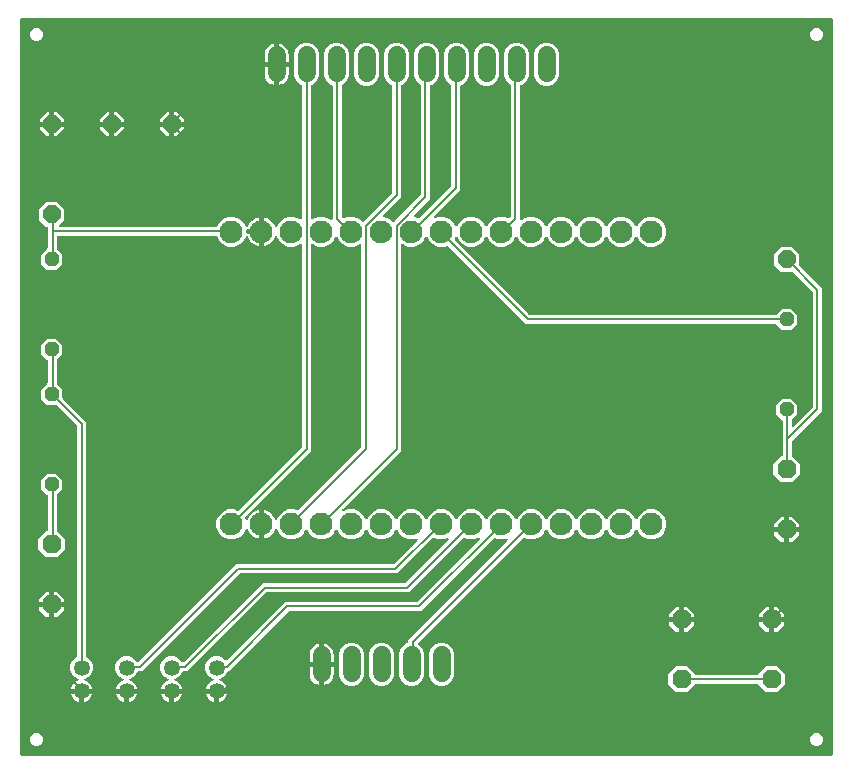
<source format=gbr>
G04 EAGLE Gerber RS-274X export*
G75*
%MOMM*%
%FSLAX34Y34*%
%LPD*%
%INTop Copper*%
%IPPOS*%
%AMOC8*
5,1,8,0,0,1.08239X$1,22.5*%
G01*
%ADD10P,1.649562X8X22.500000*%
%ADD11P,1.732040X8X112.500000*%
%ADD12C,1.350000*%
%ADD13C,1.930400*%
%ADD14C,1.524000*%
%ADD15P,1.319650X8X292.500000*%
%ADD16C,0.152400*%

G36*
X1092258Y240293D02*
X1092258Y240293D01*
X1092316Y240291D01*
X1092398Y240313D01*
X1092482Y240325D01*
X1092535Y240349D01*
X1092591Y240363D01*
X1092664Y240406D01*
X1092741Y240441D01*
X1092786Y240479D01*
X1092836Y240509D01*
X1092894Y240570D01*
X1092958Y240625D01*
X1092990Y240673D01*
X1093030Y240716D01*
X1093069Y240791D01*
X1093116Y240861D01*
X1093133Y240917D01*
X1093160Y240969D01*
X1093171Y241037D01*
X1093201Y241132D01*
X1093204Y241232D01*
X1093215Y241300D01*
X1093215Y863600D01*
X1093207Y863658D01*
X1093209Y863716D01*
X1093187Y863798D01*
X1093175Y863882D01*
X1093152Y863935D01*
X1093137Y863991D01*
X1093094Y864064D01*
X1093059Y864141D01*
X1093021Y864186D01*
X1092992Y864236D01*
X1092930Y864294D01*
X1092876Y864358D01*
X1092827Y864390D01*
X1092784Y864430D01*
X1092709Y864469D01*
X1092639Y864516D01*
X1092583Y864533D01*
X1092531Y864560D01*
X1092463Y864571D01*
X1092368Y864601D01*
X1092268Y864604D01*
X1092200Y864615D01*
X406400Y864615D01*
X406342Y864607D01*
X406284Y864609D01*
X406202Y864587D01*
X406119Y864575D01*
X406065Y864552D01*
X406009Y864537D01*
X405936Y864494D01*
X405859Y864459D01*
X405814Y864421D01*
X405764Y864392D01*
X405706Y864330D01*
X405642Y864276D01*
X405610Y864227D01*
X405570Y864184D01*
X405531Y864109D01*
X405485Y864039D01*
X405467Y863983D01*
X405440Y863931D01*
X405429Y863863D01*
X405399Y863768D01*
X405396Y863668D01*
X405385Y863600D01*
X405385Y241300D01*
X405393Y241242D01*
X405391Y241184D01*
X405413Y241102D01*
X405425Y241019D01*
X405449Y240965D01*
X405463Y240909D01*
X405506Y240836D01*
X405541Y240759D01*
X405579Y240714D01*
X405609Y240664D01*
X405670Y240606D01*
X405725Y240542D01*
X405773Y240510D01*
X405816Y240470D01*
X405891Y240431D01*
X405961Y240385D01*
X406017Y240367D01*
X406069Y240340D01*
X406137Y240329D01*
X406232Y240299D01*
X406332Y240296D01*
X406400Y240285D01*
X1092200Y240285D01*
X1092258Y240293D01*
G37*
%LPC*%
G36*
X495299Y294799D02*
X495299Y294799D01*
X495299Y295816D01*
X495291Y295874D01*
X495292Y295932D01*
X495271Y296014D01*
X495259Y296097D01*
X495235Y296151D01*
X495221Y296207D01*
X495178Y296280D01*
X495143Y296357D01*
X495105Y296402D01*
X495075Y296452D01*
X495014Y296510D01*
X494959Y296574D01*
X494911Y296606D01*
X494868Y296646D01*
X494793Y296685D01*
X494723Y296731D01*
X494667Y296749D01*
X494615Y296776D01*
X494547Y296787D01*
X494452Y296817D01*
X494352Y296820D01*
X494284Y296831D01*
X486231Y296831D01*
X486366Y297510D01*
X487067Y299201D01*
X488083Y300723D01*
X489377Y302017D01*
X490899Y303033D01*
X492236Y303587D01*
X492261Y303602D01*
X492289Y303611D01*
X492384Y303674D01*
X492481Y303732D01*
X492501Y303753D01*
X492525Y303769D01*
X492598Y303856D01*
X492676Y303938D01*
X492690Y303964D01*
X492708Y303987D01*
X492755Y304090D01*
X492806Y304191D01*
X492812Y304220D01*
X492824Y304247D01*
X492839Y304359D01*
X492861Y304470D01*
X492859Y304499D01*
X492863Y304528D01*
X492847Y304640D01*
X492837Y304753D01*
X492826Y304781D01*
X492822Y304810D01*
X492776Y304912D01*
X492735Y305019D01*
X492717Y305042D01*
X492705Y305069D01*
X492632Y305155D01*
X492563Y305245D01*
X492540Y305263D01*
X492521Y305285D01*
X492454Y305327D01*
X492336Y305415D01*
X492277Y305437D01*
X492236Y305463D01*
X489749Y306493D01*
X486993Y309249D01*
X485501Y312851D01*
X485501Y316749D01*
X486993Y320351D01*
X489749Y323107D01*
X493351Y324599D01*
X497249Y324599D01*
X500851Y323107D01*
X503607Y320351D01*
X503791Y319905D01*
X503792Y319904D01*
X503793Y319903D01*
X503862Y319786D01*
X503936Y319661D01*
X503937Y319659D01*
X503938Y319658D01*
X504039Y319563D01*
X504142Y319465D01*
X504144Y319465D01*
X504145Y319464D01*
X504271Y319399D01*
X504395Y319335D01*
X504397Y319335D01*
X504398Y319334D01*
X504413Y319332D01*
X504674Y319280D01*
X504705Y319283D01*
X504729Y319279D01*
X504985Y319279D01*
X505072Y319291D01*
X505159Y319294D01*
X505212Y319311D01*
X505267Y319319D01*
X505346Y319354D01*
X505430Y319381D01*
X505469Y319409D01*
X505526Y319435D01*
X505639Y319531D01*
X505703Y319576D01*
X588210Y402083D01*
X720885Y402083D01*
X720972Y402095D01*
X721059Y402098D01*
X721112Y402115D01*
X721167Y402123D01*
X721246Y402158D01*
X721330Y402185D01*
X721369Y402213D01*
X721426Y402239D01*
X721539Y402335D01*
X721603Y402380D01*
X741556Y422333D01*
X741567Y422347D01*
X741575Y422354D01*
X741598Y422388D01*
X741607Y422401D01*
X741666Y422464D01*
X741692Y422514D01*
X741727Y422560D01*
X741757Y422640D01*
X741796Y422717D01*
X741807Y422772D01*
X741828Y422826D01*
X741835Y422911D01*
X741851Y422996D01*
X741847Y423052D01*
X741851Y423109D01*
X741834Y423193D01*
X741827Y423279D01*
X741807Y423332D01*
X741795Y423388D01*
X741756Y423464D01*
X741725Y423544D01*
X741691Y423589D01*
X741664Y423640D01*
X741605Y423702D01*
X741553Y423771D01*
X741508Y423805D01*
X741469Y423846D01*
X741394Y423890D01*
X741326Y423941D01*
X741272Y423961D01*
X741223Y423990D01*
X741140Y424011D01*
X741060Y424041D01*
X741003Y424046D01*
X740948Y424060D01*
X740862Y424057D01*
X740776Y424064D01*
X740728Y424053D01*
X740664Y424051D01*
X740535Y424009D01*
X740506Y424005D01*
X740490Y423998D01*
X740449Y423989D01*
X739026Y423399D01*
X733974Y423399D01*
X729306Y425333D01*
X725733Y428906D01*
X724738Y431307D01*
X724723Y431333D01*
X724714Y431361D01*
X724651Y431455D01*
X724593Y431552D01*
X724572Y431572D01*
X724556Y431597D01*
X724469Y431670D01*
X724387Y431747D01*
X724361Y431761D01*
X724338Y431780D01*
X724235Y431826D01*
X724134Y431878D01*
X724105Y431883D01*
X724078Y431895D01*
X723966Y431911D01*
X723855Y431933D01*
X723826Y431930D01*
X723797Y431934D01*
X723685Y431918D01*
X723572Y431908D01*
X723545Y431898D01*
X723515Y431893D01*
X723412Y431847D01*
X723307Y431806D01*
X723283Y431788D01*
X723256Y431776D01*
X723170Y431703D01*
X723080Y431635D01*
X723062Y431611D01*
X723040Y431592D01*
X722998Y431526D01*
X722910Y431407D01*
X722888Y431348D01*
X722862Y431307D01*
X721867Y428906D01*
X718294Y425333D01*
X713626Y423399D01*
X708574Y423399D01*
X703906Y425333D01*
X700333Y428906D01*
X699338Y431307D01*
X699323Y431333D01*
X699314Y431361D01*
X699251Y431455D01*
X699193Y431552D01*
X699172Y431572D01*
X699156Y431597D01*
X699069Y431670D01*
X698987Y431747D01*
X698961Y431761D01*
X698938Y431780D01*
X698835Y431826D01*
X698734Y431878D01*
X698705Y431883D01*
X698678Y431895D01*
X698566Y431911D01*
X698455Y431933D01*
X698426Y431930D01*
X698397Y431934D01*
X698285Y431918D01*
X698172Y431908D01*
X698145Y431898D01*
X698115Y431894D01*
X698012Y431847D01*
X697907Y431806D01*
X697883Y431788D01*
X697856Y431776D01*
X697770Y431703D01*
X697680Y431635D01*
X697662Y431611D01*
X697640Y431592D01*
X697598Y431526D01*
X697510Y431407D01*
X697488Y431348D01*
X697462Y431307D01*
X696467Y428906D01*
X692894Y425333D01*
X688226Y423399D01*
X683174Y423399D01*
X678506Y425333D01*
X674933Y428906D01*
X673938Y431307D01*
X673923Y431333D01*
X673914Y431361D01*
X673851Y431455D01*
X673793Y431552D01*
X673772Y431572D01*
X673756Y431597D01*
X673669Y431670D01*
X673587Y431747D01*
X673561Y431761D01*
X673538Y431780D01*
X673435Y431826D01*
X673334Y431878D01*
X673305Y431883D01*
X673278Y431895D01*
X673166Y431911D01*
X673055Y431933D01*
X673026Y431930D01*
X672997Y431934D01*
X672885Y431918D01*
X672772Y431908D01*
X672745Y431898D01*
X672715Y431894D01*
X672612Y431847D01*
X672507Y431806D01*
X672483Y431788D01*
X672456Y431776D01*
X672370Y431703D01*
X672280Y431635D01*
X672262Y431611D01*
X672240Y431592D01*
X672198Y431526D01*
X672110Y431407D01*
X672088Y431348D01*
X672062Y431307D01*
X671067Y428906D01*
X667494Y425333D01*
X662826Y423399D01*
X657774Y423399D01*
X653106Y425333D01*
X649533Y428906D01*
X648538Y431307D01*
X648523Y431333D01*
X648514Y431361D01*
X648451Y431455D01*
X648393Y431552D01*
X648372Y431572D01*
X648356Y431597D01*
X648269Y431670D01*
X648187Y431747D01*
X648161Y431761D01*
X648138Y431780D01*
X648035Y431826D01*
X647934Y431878D01*
X647905Y431883D01*
X647878Y431895D01*
X647766Y431911D01*
X647655Y431933D01*
X647626Y431930D01*
X647597Y431934D01*
X647485Y431918D01*
X647372Y431908D01*
X647345Y431898D01*
X647315Y431894D01*
X647212Y431847D01*
X647107Y431806D01*
X647083Y431788D01*
X647056Y431776D01*
X646970Y431703D01*
X646880Y431635D01*
X646862Y431611D01*
X646840Y431592D01*
X646798Y431526D01*
X646710Y431407D01*
X646688Y431348D01*
X646662Y431307D01*
X645667Y428906D01*
X642094Y425333D01*
X637426Y423399D01*
X632374Y423399D01*
X627706Y425333D01*
X624133Y428906D01*
X622860Y431978D01*
X622825Y432038D01*
X622799Y432102D01*
X622753Y432160D01*
X622716Y432223D01*
X622665Y432270D01*
X622622Y432325D01*
X622562Y432368D01*
X622509Y432418D01*
X622447Y432450D01*
X622391Y432490D01*
X622322Y432515D01*
X622256Y432548D01*
X622188Y432562D01*
X622123Y432585D01*
X622050Y432589D01*
X621977Y432603D01*
X621908Y432597D01*
X621839Y432602D01*
X621767Y432585D01*
X621694Y432579D01*
X621630Y432554D01*
X621562Y432539D01*
X621498Y432503D01*
X621429Y432477D01*
X621374Y432435D01*
X621313Y432402D01*
X621261Y432350D01*
X621202Y432305D01*
X621161Y432250D01*
X621112Y432201D01*
X621083Y432146D01*
X621032Y432078D01*
X620991Y431969D01*
X620957Y431903D01*
X620799Y431420D01*
X619928Y429710D01*
X618800Y428157D01*
X617443Y426800D01*
X615890Y425672D01*
X614180Y424801D01*
X612355Y424207D01*
X611531Y424077D01*
X611531Y435084D01*
X611523Y435142D01*
X611525Y435200D01*
X611503Y435282D01*
X611491Y435365D01*
X611467Y435419D01*
X611453Y435475D01*
X611410Y435548D01*
X611375Y435625D01*
X611337Y435669D01*
X611307Y435720D01*
X611246Y435777D01*
X611191Y435842D01*
X611143Y435874D01*
X611100Y435914D01*
X611025Y435953D01*
X610955Y435999D01*
X610899Y436017D01*
X610847Y436044D01*
X610779Y436055D01*
X610684Y436085D01*
X610584Y436088D01*
X610516Y436099D01*
X608484Y436099D01*
X608426Y436091D01*
X608368Y436092D01*
X608286Y436071D01*
X608203Y436059D01*
X608149Y436035D01*
X608093Y436021D01*
X608020Y435978D01*
X607943Y435943D01*
X607898Y435905D01*
X607848Y435875D01*
X607790Y435814D01*
X607726Y435759D01*
X607694Y435711D01*
X607654Y435668D01*
X607615Y435593D01*
X607569Y435523D01*
X607551Y435467D01*
X607524Y435415D01*
X607513Y435347D01*
X607483Y435252D01*
X607480Y435152D01*
X607469Y435084D01*
X607469Y424077D01*
X606645Y424207D01*
X604820Y424801D01*
X603110Y425672D01*
X601557Y426800D01*
X600200Y428157D01*
X599072Y429710D01*
X598201Y431420D01*
X598043Y431903D01*
X598013Y431965D01*
X597992Y432031D01*
X597951Y432093D01*
X597919Y432159D01*
X597872Y432210D01*
X597834Y432267D01*
X597777Y432315D01*
X597728Y432370D01*
X597669Y432406D01*
X597616Y432450D01*
X597549Y432480D01*
X597486Y432519D01*
X597420Y432538D01*
X597356Y432566D01*
X597283Y432576D01*
X597212Y432596D01*
X597143Y432595D01*
X597075Y432605D01*
X597002Y432594D01*
X596928Y432594D01*
X596862Y432574D01*
X596793Y432564D01*
X596726Y432534D01*
X596656Y432513D01*
X596597Y432476D01*
X596534Y432447D01*
X596478Y432399D01*
X596416Y432360D01*
X596371Y432308D01*
X596318Y432263D01*
X596285Y432210D01*
X596229Y432146D01*
X596179Y432042D01*
X596140Y431978D01*
X594867Y428906D01*
X591294Y425333D01*
X586626Y423399D01*
X581574Y423399D01*
X576906Y425333D01*
X573333Y428906D01*
X571399Y433574D01*
X571399Y438626D01*
X573333Y443294D01*
X576906Y446867D01*
X581574Y448801D01*
X586626Y448801D01*
X589262Y447709D01*
X589263Y447709D01*
X589265Y447708D01*
X589399Y447674D01*
X589537Y447638D01*
X589539Y447638D01*
X589540Y447638D01*
X589681Y447642D01*
X589821Y447646D01*
X589823Y447647D01*
X589824Y447647D01*
X589957Y447690D01*
X590092Y447733D01*
X590093Y447734D01*
X590095Y447734D01*
X590107Y447743D01*
X590328Y447891D01*
X590348Y447915D01*
X590368Y447929D01*
X643592Y501153D01*
X643644Y501223D01*
X643704Y501287D01*
X643730Y501336D01*
X643763Y501380D01*
X643794Y501462D01*
X643834Y501540D01*
X643842Y501587D01*
X643864Y501646D01*
X643876Y501794D01*
X643889Y501871D01*
X643889Y672377D01*
X643885Y672406D01*
X643888Y672435D01*
X643865Y672546D01*
X643849Y672658D01*
X643837Y672685D01*
X643832Y672714D01*
X643779Y672814D01*
X643733Y672918D01*
X643714Y672940D01*
X643701Y672966D01*
X643623Y673048D01*
X643550Y673135D01*
X643525Y673151D01*
X643505Y673172D01*
X643407Y673229D01*
X643313Y673292D01*
X643285Y673301D01*
X643260Y673316D01*
X643150Y673344D01*
X643042Y673378D01*
X643013Y673379D01*
X642984Y673386D01*
X642871Y673382D01*
X642758Y673385D01*
X642729Y673378D01*
X642700Y673377D01*
X642592Y673342D01*
X642483Y673313D01*
X642457Y673298D01*
X642429Y673289D01*
X642366Y673244D01*
X642238Y673168D01*
X642195Y673123D01*
X642156Y673095D01*
X642094Y673033D01*
X637426Y671099D01*
X632374Y671099D01*
X627706Y673033D01*
X624133Y676606D01*
X622860Y679678D01*
X622825Y679738D01*
X622799Y679802D01*
X622753Y679860D01*
X622716Y679923D01*
X622665Y679970D01*
X622622Y680025D01*
X622562Y680068D01*
X622509Y680118D01*
X622447Y680150D01*
X622391Y680190D01*
X622322Y680215D01*
X622256Y680248D01*
X622188Y680262D01*
X622123Y680285D01*
X622050Y680289D01*
X621977Y680303D01*
X621908Y680297D01*
X621839Y680302D01*
X621767Y680285D01*
X621694Y680279D01*
X621630Y680254D01*
X621562Y680239D01*
X621498Y680203D01*
X621429Y680177D01*
X621374Y680135D01*
X621313Y680102D01*
X621261Y680050D01*
X621202Y680005D01*
X621161Y679950D01*
X621112Y679901D01*
X621083Y679846D01*
X621032Y679778D01*
X620991Y679669D01*
X620957Y679603D01*
X620799Y679120D01*
X619928Y677410D01*
X618800Y675857D01*
X617443Y674500D01*
X615890Y673372D01*
X614180Y672501D01*
X612355Y671907D01*
X611531Y671777D01*
X611531Y682784D01*
X611523Y682842D01*
X611525Y682900D01*
X611503Y682982D01*
X611491Y683065D01*
X611467Y683119D01*
X611453Y683175D01*
X611410Y683248D01*
X611375Y683325D01*
X611337Y683369D01*
X611307Y683420D01*
X611246Y683477D01*
X611191Y683542D01*
X611143Y683574D01*
X611100Y683614D01*
X611025Y683653D01*
X610955Y683699D01*
X610899Y683717D01*
X610847Y683744D01*
X610779Y683755D01*
X610684Y683785D01*
X610584Y683788D01*
X610516Y683799D01*
X609499Y683799D01*
X609499Y683801D01*
X610516Y683801D01*
X610574Y683809D01*
X610632Y683808D01*
X610714Y683829D01*
X610797Y683841D01*
X610851Y683865D01*
X610907Y683879D01*
X610980Y683922D01*
X611057Y683957D01*
X611102Y683995D01*
X611152Y684025D01*
X611210Y684086D01*
X611274Y684141D01*
X611306Y684189D01*
X611346Y684232D01*
X611385Y684307D01*
X611431Y684377D01*
X611449Y684433D01*
X611476Y684485D01*
X611487Y684553D01*
X611517Y684648D01*
X611520Y684748D01*
X611531Y684816D01*
X611531Y695823D01*
X612355Y695693D01*
X614180Y695099D01*
X615890Y694228D01*
X617443Y693100D01*
X618800Y691743D01*
X619928Y690190D01*
X620799Y688480D01*
X620957Y687997D01*
X620987Y687935D01*
X621008Y687869D01*
X621049Y687807D01*
X621081Y687741D01*
X621128Y687690D01*
X621166Y687633D01*
X621223Y687585D01*
X621272Y687530D01*
X621331Y687494D01*
X621384Y687450D01*
X621451Y687420D01*
X621514Y687381D01*
X621580Y687362D01*
X621644Y687334D01*
X621717Y687324D01*
X621788Y687304D01*
X621857Y687305D01*
X621925Y687295D01*
X621998Y687306D01*
X622072Y687306D01*
X622138Y687326D01*
X622207Y687336D01*
X622274Y687366D01*
X622344Y687387D01*
X622403Y687424D01*
X622466Y687453D01*
X622522Y687501D01*
X622584Y687540D01*
X622629Y687592D01*
X622682Y687637D01*
X622715Y687690D01*
X622771Y687754D01*
X622821Y687858D01*
X622860Y687922D01*
X624133Y690994D01*
X627706Y694567D01*
X632374Y696501D01*
X637426Y696501D01*
X642094Y694567D01*
X642156Y694505D01*
X642180Y694488D01*
X642199Y694465D01*
X642293Y694403D01*
X642383Y694335D01*
X642411Y694324D01*
X642435Y694308D01*
X642543Y694274D01*
X642649Y694233D01*
X642678Y694231D01*
X642706Y694222D01*
X642819Y694219D01*
X642932Y694210D01*
X642961Y694215D01*
X642990Y694215D01*
X643100Y694243D01*
X643211Y694266D01*
X643237Y694279D01*
X643265Y694287D01*
X643363Y694344D01*
X643463Y694397D01*
X643485Y694417D01*
X643510Y694432D01*
X643587Y694515D01*
X643669Y694592D01*
X643684Y694618D01*
X643704Y694639D01*
X643756Y694740D01*
X643813Y694838D01*
X643820Y694866D01*
X643834Y694892D01*
X643847Y694970D01*
X643883Y695113D01*
X643881Y695176D01*
X643889Y695223D01*
X643889Y807232D01*
X643889Y807234D01*
X643889Y807235D01*
X643870Y807371D01*
X643849Y807514D01*
X643849Y807515D01*
X643849Y807517D01*
X643794Y807638D01*
X643733Y807773D01*
X643732Y807774D01*
X643731Y807776D01*
X643640Y807883D01*
X643550Y807990D01*
X643548Y807991D01*
X643547Y807992D01*
X643534Y808001D01*
X643313Y808148D01*
X643284Y808157D01*
X643263Y808170D01*
X641657Y808836D01*
X638656Y811837D01*
X637031Y815758D01*
X637031Y835242D01*
X638656Y839163D01*
X641657Y842164D01*
X645578Y843789D01*
X649822Y843789D01*
X653743Y842164D01*
X656744Y839163D01*
X658369Y835242D01*
X658369Y815758D01*
X656744Y811837D01*
X653743Y808836D01*
X652137Y808170D01*
X652136Y808169D01*
X652135Y808169D01*
X652016Y808099D01*
X651893Y808026D01*
X651892Y808025D01*
X651890Y808024D01*
X651792Y807920D01*
X651697Y807819D01*
X651697Y807818D01*
X651696Y807817D01*
X651631Y807690D01*
X651567Y807566D01*
X651567Y807565D01*
X651566Y807563D01*
X651564Y807548D01*
X651512Y807287D01*
X651515Y807257D01*
X651511Y807232D01*
X651511Y695423D01*
X651515Y695393D01*
X651513Y695362D01*
X651535Y695252D01*
X651539Y695220D01*
X651541Y695200D01*
X651543Y695195D01*
X651551Y695142D01*
X651563Y695114D01*
X651569Y695083D01*
X651621Y694984D01*
X651642Y694938D01*
X651643Y694934D01*
X651644Y694934D01*
X651667Y694882D01*
X651687Y694859D01*
X651701Y694831D01*
X651778Y694751D01*
X651850Y694665D01*
X651876Y694648D01*
X651898Y694626D01*
X651994Y694570D01*
X652087Y694508D01*
X652117Y694498D01*
X652144Y694483D01*
X652252Y694456D01*
X652300Y694441D01*
X652309Y694437D01*
X652311Y694437D01*
X652358Y694422D01*
X652389Y694421D01*
X652419Y694414D01*
X652531Y694418D01*
X652563Y694417D01*
X652592Y694414D01*
X652598Y694416D01*
X652642Y694415D01*
X652672Y694423D01*
X652703Y694424D01*
X652810Y694458D01*
X652917Y694487D01*
X652932Y694495D01*
X652969Y694510D01*
X652974Y694512D01*
X652975Y694513D01*
X657774Y696501D01*
X662826Y696501D01*
X667494Y694567D01*
X668064Y693997D01*
X668088Y693980D01*
X668107Y693957D01*
X668201Y693895D01*
X668291Y693827D01*
X668319Y693816D01*
X668343Y693800D01*
X668451Y693766D01*
X668557Y693725D01*
X668586Y693723D01*
X668614Y693714D01*
X668728Y693711D01*
X668840Y693702D01*
X668869Y693707D01*
X668898Y693707D01*
X669008Y693735D01*
X669119Y693758D01*
X669145Y693771D01*
X669173Y693779D01*
X669271Y693836D01*
X669371Y693889D01*
X669393Y693909D01*
X669418Y693924D01*
X669495Y694006D01*
X669577Y694084D01*
X669592Y694110D01*
X669612Y694131D01*
X669664Y694232D01*
X669721Y694330D01*
X669728Y694358D01*
X669742Y694384D01*
X669755Y694462D01*
X669791Y694605D01*
X669789Y694668D01*
X669797Y694715D01*
X669797Y807022D01*
X669797Y807023D01*
X669797Y807025D01*
X669777Y807163D01*
X669757Y807303D01*
X669757Y807305D01*
X669757Y807306D01*
X669701Y807428D01*
X669641Y807563D01*
X669640Y807564D01*
X669639Y807565D01*
X669548Y807673D01*
X669458Y807780D01*
X669456Y807781D01*
X669455Y807782D01*
X669442Y807790D01*
X669221Y807937D01*
X669192Y807947D01*
X669171Y807960D01*
X667057Y808836D01*
X664056Y811837D01*
X662431Y815758D01*
X662431Y835242D01*
X664056Y839163D01*
X667057Y842164D01*
X670978Y843789D01*
X675222Y843789D01*
X679143Y842164D01*
X682144Y839163D01*
X683769Y835242D01*
X683769Y815758D01*
X682144Y811837D01*
X679143Y808835D01*
X678045Y808381D01*
X678044Y808380D01*
X678043Y808380D01*
X677922Y808308D01*
X677801Y808236D01*
X677800Y808235D01*
X677798Y808234D01*
X677701Y808130D01*
X677605Y808030D01*
X677605Y808028D01*
X677604Y808027D01*
X677539Y807901D01*
X677475Y807777D01*
X677475Y807775D01*
X677474Y807774D01*
X677472Y807759D01*
X677420Y807498D01*
X677423Y807467D01*
X677419Y807443D01*
X677419Y696943D01*
X677431Y696856D01*
X677434Y696769D01*
X677451Y696716D01*
X677459Y696661D01*
X677494Y696582D01*
X677521Y696498D01*
X677549Y696459D01*
X677575Y696402D01*
X677671Y696289D01*
X677716Y696225D01*
X678640Y695301D01*
X678641Y695300D01*
X678642Y695299D01*
X678752Y695217D01*
X678867Y695130D01*
X678869Y695130D01*
X678870Y695129D01*
X679000Y695080D01*
X679133Y695029D01*
X679134Y695029D01*
X679136Y695028D01*
X679279Y695017D01*
X679416Y695006D01*
X679418Y695006D01*
X679419Y695006D01*
X679435Y695009D01*
X679695Y695061D01*
X679722Y695075D01*
X679746Y695081D01*
X683174Y696501D01*
X688226Y696501D01*
X692894Y694567D01*
X694890Y692571D01*
X694937Y692536D01*
X694977Y692494D01*
X695050Y692451D01*
X695118Y692400D01*
X695172Y692380D01*
X695223Y692350D01*
X695304Y692329D01*
X695383Y692299D01*
X695441Y692294D01*
X695498Y692280D01*
X695583Y692283D01*
X695666Y692276D01*
X695724Y692287D01*
X695782Y692289D01*
X695863Y692315D01*
X695945Y692331D01*
X695997Y692358D01*
X696053Y692376D01*
X696109Y692417D01*
X696198Y692462D01*
X696270Y692531D01*
X696326Y692571D01*
X696711Y692956D01*
X719792Y716037D01*
X719844Y716107D01*
X719904Y716171D01*
X719930Y716220D01*
X719963Y716264D01*
X719994Y716346D01*
X720034Y716424D01*
X720042Y716471D01*
X720064Y716530D01*
X720076Y716678D01*
X720089Y716755D01*
X720089Y807232D01*
X720089Y807234D01*
X720089Y807235D01*
X720070Y807371D01*
X720049Y807514D01*
X720049Y807515D01*
X720049Y807517D01*
X719994Y807638D01*
X719933Y807773D01*
X719932Y807774D01*
X719931Y807776D01*
X719840Y807883D01*
X719750Y807990D01*
X719748Y807991D01*
X719747Y807992D01*
X719734Y808001D01*
X719513Y808148D01*
X719484Y808157D01*
X719463Y808170D01*
X717857Y808836D01*
X714856Y811837D01*
X713231Y815758D01*
X713231Y835242D01*
X714856Y839163D01*
X717857Y842164D01*
X721778Y843789D01*
X726022Y843789D01*
X729943Y842164D01*
X732944Y839163D01*
X734569Y835242D01*
X734569Y815758D01*
X732944Y811837D01*
X729943Y808836D01*
X728337Y808170D01*
X728336Y808169D01*
X728335Y808169D01*
X728216Y808099D01*
X728093Y808026D01*
X728092Y808025D01*
X728090Y808024D01*
X727992Y807920D01*
X727897Y807819D01*
X727897Y807818D01*
X727896Y807817D01*
X727831Y807690D01*
X727767Y807566D01*
X727767Y807565D01*
X727766Y807563D01*
X727764Y807548D01*
X727712Y807287D01*
X727715Y807257D01*
X727711Y807232D01*
X727711Y713178D01*
X725181Y710648D01*
X712767Y698234D01*
X712749Y698210D01*
X712727Y698191D01*
X712664Y698097D01*
X712596Y698007D01*
X712586Y697979D01*
X712569Y697955D01*
X712535Y697847D01*
X712495Y697741D01*
X712492Y697712D01*
X712484Y697684D01*
X712481Y697570D01*
X712471Y697458D01*
X712477Y697429D01*
X712476Y697400D01*
X712505Y697290D01*
X712527Y697179D01*
X712541Y697153D01*
X712548Y697125D01*
X712606Y697027D01*
X712658Y696927D01*
X712678Y696905D01*
X712693Y696880D01*
X712776Y696803D01*
X712854Y696721D01*
X712879Y696706D01*
X712901Y696686D01*
X713002Y696634D01*
X713099Y696577D01*
X713128Y696570D01*
X713154Y696556D01*
X713231Y696543D01*
X713375Y696507D01*
X713437Y696509D01*
X713485Y696501D01*
X713626Y696501D01*
X718294Y694567D01*
X720544Y692317D01*
X720591Y692282D01*
X720631Y692240D01*
X720704Y692197D01*
X720772Y692146D01*
X720826Y692126D01*
X720877Y692096D01*
X720958Y692075D01*
X721037Y692045D01*
X721095Y692040D01*
X721152Y692026D01*
X721236Y692029D01*
X721320Y692022D01*
X721378Y692033D01*
X721436Y692035D01*
X721517Y692061D01*
X721599Y692077D01*
X721651Y692104D01*
X721707Y692122D01*
X721763Y692163D01*
X721852Y692208D01*
X721924Y692277D01*
X721980Y692317D01*
X722619Y692956D01*
X744176Y714513D01*
X744228Y714583D01*
X744288Y714647D01*
X744314Y714696D01*
X744347Y714740D01*
X744378Y714822D01*
X744418Y714900D01*
X744426Y714947D01*
X744448Y715006D01*
X744460Y715154D01*
X744473Y715231D01*
X744473Y807653D01*
X744473Y807655D01*
X744473Y807656D01*
X744453Y807796D01*
X744433Y807935D01*
X744433Y807936D01*
X744433Y807938D01*
X744376Y808064D01*
X744317Y808194D01*
X744316Y808195D01*
X744315Y808197D01*
X744224Y808304D01*
X744134Y808411D01*
X744132Y808412D01*
X744131Y808413D01*
X744118Y808421D01*
X743897Y808569D01*
X743868Y808578D01*
X743847Y808591D01*
X743257Y808836D01*
X740256Y811837D01*
X738631Y815758D01*
X738631Y835242D01*
X740256Y839163D01*
X743257Y842164D01*
X747178Y843789D01*
X751422Y843789D01*
X755343Y842164D01*
X758344Y839163D01*
X759969Y835242D01*
X759969Y815758D01*
X758344Y811837D01*
X755343Y808836D01*
X752721Y807749D01*
X752720Y807749D01*
X752719Y807748D01*
X752600Y807678D01*
X752477Y807605D01*
X752476Y807604D01*
X752474Y807603D01*
X752376Y807498D01*
X752281Y807398D01*
X752281Y807397D01*
X752280Y807396D01*
X752215Y807270D01*
X752203Y807246D01*
X752194Y807233D01*
X752191Y807223D01*
X752151Y807146D01*
X752151Y807144D01*
X752150Y807143D01*
X752148Y807128D01*
X752126Y807016D01*
X752109Y806962D01*
X752108Y806925D01*
X752096Y806867D01*
X752099Y806836D01*
X752095Y806811D01*
X752095Y711654D01*
X738627Y698186D01*
X738558Y698094D01*
X738484Y698006D01*
X738473Y697981D01*
X738456Y697958D01*
X738415Y697851D01*
X738368Y697746D01*
X738365Y697719D01*
X738355Y697693D01*
X738345Y697578D01*
X738329Y697465D01*
X738333Y697437D01*
X738331Y697409D01*
X738354Y697297D01*
X738370Y697183D01*
X738382Y697158D01*
X738387Y697131D01*
X738440Y697029D01*
X738487Y696924D01*
X738505Y696903D01*
X738518Y696878D01*
X738597Y696795D01*
X738672Y696708D01*
X738693Y696695D01*
X738714Y696672D01*
X738943Y696538D01*
X738956Y696530D01*
X742236Y695171D01*
X742237Y695171D01*
X742239Y695170D01*
X742374Y695136D01*
X742511Y695100D01*
X742513Y695100D01*
X742514Y695100D01*
X742655Y695105D01*
X742795Y695109D01*
X742797Y695109D01*
X742798Y695109D01*
X742931Y695152D01*
X743066Y695195D01*
X743067Y695196D01*
X743069Y695197D01*
X743081Y695205D01*
X743170Y695265D01*
X743188Y695273D01*
X743211Y695292D01*
X743302Y695353D01*
X743322Y695377D01*
X743342Y695391D01*
X770084Y722133D01*
X770136Y722203D01*
X770196Y722267D01*
X770222Y722316D01*
X770255Y722360D01*
X770286Y722442D01*
X770326Y722520D01*
X770334Y722567D01*
X770356Y722626D01*
X770368Y722774D01*
X770381Y722851D01*
X770381Y807443D01*
X770381Y807444D01*
X770381Y807446D01*
X770361Y807586D01*
X770341Y807724D01*
X770341Y807726D01*
X770341Y807727D01*
X770284Y807853D01*
X770225Y807984D01*
X770224Y807985D01*
X770223Y807986D01*
X770132Y808093D01*
X770042Y808201D01*
X770040Y808202D01*
X770039Y808203D01*
X770026Y808211D01*
X769805Y808358D01*
X769776Y808368D01*
X769755Y808381D01*
X768657Y808835D01*
X765656Y811837D01*
X764031Y815758D01*
X764031Y835242D01*
X765656Y839163D01*
X768657Y842164D01*
X772578Y843789D01*
X776822Y843789D01*
X780743Y842164D01*
X783744Y839163D01*
X785369Y835242D01*
X785369Y815758D01*
X783744Y811837D01*
X780743Y808836D01*
X778629Y807960D01*
X778628Y807959D01*
X778627Y807959D01*
X778508Y807888D01*
X778385Y807815D01*
X778384Y807814D01*
X778382Y807813D01*
X778285Y807709D01*
X778189Y807609D01*
X778189Y807607D01*
X778188Y807606D01*
X778123Y807480D01*
X778059Y807356D01*
X778059Y807354D01*
X778058Y807353D01*
X778056Y807338D01*
X778004Y807077D01*
X778007Y807047D01*
X778003Y807022D01*
X778003Y719274D01*
X755909Y697180D01*
X755857Y697111D01*
X755798Y697049D01*
X755772Y696998D01*
X755738Y696953D01*
X755707Y696872D01*
X755668Y696796D01*
X755657Y696740D01*
X755637Y696687D01*
X755630Y696601D01*
X755613Y696517D01*
X755618Y696460D01*
X755613Y696404D01*
X755630Y696319D01*
X755637Y696234D01*
X755658Y696181D01*
X755669Y696125D01*
X755709Y696048D01*
X755740Y695968D01*
X755774Y695923D01*
X755800Y695873D01*
X755859Y695810D01*
X755911Y695742D01*
X755957Y695708D01*
X755996Y695666D01*
X756070Y695623D01*
X756139Y695572D01*
X756192Y695551D01*
X756241Y695523D01*
X756324Y695502D01*
X756405Y695471D01*
X756462Y695467D01*
X756517Y695453D01*
X756602Y695455D01*
X756688Y695448D01*
X756736Y695460D01*
X756801Y695462D01*
X756939Y695506D01*
X757015Y695524D01*
X759374Y696501D01*
X764426Y696501D01*
X769094Y694567D01*
X772667Y690994D01*
X773662Y688593D01*
X773677Y688567D01*
X773686Y688539D01*
X773749Y688445D01*
X773807Y688348D01*
X773828Y688328D01*
X773844Y688303D01*
X773931Y688230D01*
X774013Y688153D01*
X774039Y688139D01*
X774062Y688120D01*
X774165Y688074D01*
X774266Y688022D01*
X774295Y688017D01*
X774322Y688005D01*
X774434Y687989D01*
X774545Y687967D01*
X774574Y687970D01*
X774603Y687966D01*
X774715Y687982D01*
X774828Y687992D01*
X774855Y688002D01*
X774884Y688007D01*
X774988Y688053D01*
X775093Y688094D01*
X775117Y688112D01*
X775144Y688124D01*
X775230Y688197D01*
X775320Y688265D01*
X775338Y688289D01*
X775360Y688308D01*
X775401Y688374D01*
X775490Y688493D01*
X775512Y688552D01*
X775538Y688593D01*
X776533Y690994D01*
X780106Y694567D01*
X784774Y696501D01*
X789826Y696501D01*
X794494Y694567D01*
X798067Y690994D01*
X799062Y688593D01*
X799077Y688567D01*
X799086Y688539D01*
X799149Y688445D01*
X799207Y688348D01*
X799228Y688328D01*
X799244Y688303D01*
X799331Y688230D01*
X799413Y688153D01*
X799439Y688139D01*
X799462Y688120D01*
X799565Y688074D01*
X799666Y688022D01*
X799695Y688017D01*
X799722Y688005D01*
X799834Y687989D01*
X799945Y687967D01*
X799974Y687970D01*
X800003Y687966D01*
X800115Y687982D01*
X800228Y687992D01*
X800255Y688002D01*
X800284Y688007D01*
X800388Y688053D01*
X800493Y688094D01*
X800517Y688112D01*
X800544Y688124D01*
X800630Y688197D01*
X800720Y688265D01*
X800738Y688289D01*
X800760Y688308D01*
X800801Y688374D01*
X800890Y688493D01*
X800912Y688552D01*
X800938Y688593D01*
X801933Y690994D01*
X805506Y694567D01*
X810174Y696501D01*
X815226Y696501D01*
X818436Y695171D01*
X818437Y695171D01*
X818439Y695170D01*
X818577Y695135D01*
X818711Y695100D01*
X818713Y695100D01*
X818714Y695100D01*
X818855Y695105D01*
X818995Y695109D01*
X818997Y695109D01*
X818998Y695109D01*
X819134Y695153D01*
X819266Y695195D01*
X819267Y695196D01*
X819269Y695197D01*
X819281Y695205D01*
X819370Y695265D01*
X819388Y695273D01*
X819411Y695292D01*
X819502Y695353D01*
X819522Y695377D01*
X819542Y695391D01*
X820376Y696225D01*
X820428Y696295D01*
X820488Y696359D01*
X820514Y696408D01*
X820547Y696452D01*
X820578Y696534D01*
X820618Y696612D01*
X820626Y696659D01*
X820648Y696718D01*
X820660Y696866D01*
X820673Y696943D01*
X820673Y807653D01*
X820673Y807655D01*
X820673Y807656D01*
X820653Y807796D01*
X820633Y807935D01*
X820633Y807936D01*
X820633Y807938D01*
X820576Y808064D01*
X820517Y808194D01*
X820516Y808195D01*
X820515Y808197D01*
X820424Y808304D01*
X820334Y808411D01*
X820332Y808412D01*
X820331Y808413D01*
X820318Y808421D01*
X820097Y808569D01*
X820068Y808578D01*
X820047Y808591D01*
X819457Y808836D01*
X816456Y811837D01*
X814831Y815758D01*
X814831Y835242D01*
X816456Y839163D01*
X819457Y842164D01*
X823378Y843789D01*
X827622Y843789D01*
X831543Y842164D01*
X834544Y839163D01*
X836169Y835242D01*
X836169Y815758D01*
X834544Y811837D01*
X831543Y808836D01*
X828921Y807749D01*
X828920Y807749D01*
X828919Y807748D01*
X828800Y807678D01*
X828677Y807605D01*
X828676Y807604D01*
X828674Y807603D01*
X828576Y807498D01*
X828481Y807398D01*
X828481Y807397D01*
X828480Y807396D01*
X828415Y807270D01*
X828403Y807246D01*
X828394Y807233D01*
X828391Y807223D01*
X828351Y807146D01*
X828351Y807144D01*
X828350Y807143D01*
X828348Y807128D01*
X828326Y807016D01*
X828309Y806962D01*
X828308Y806925D01*
X828296Y806867D01*
X828299Y806836D01*
X828295Y806811D01*
X828295Y694407D01*
X828299Y694378D01*
X828296Y694349D01*
X828319Y694238D01*
X828335Y694126D01*
X828347Y694099D01*
X828352Y694070D01*
X828405Y693970D01*
X828451Y693866D01*
X828470Y693844D01*
X828483Y693818D01*
X828561Y693736D01*
X828634Y693649D01*
X828659Y693633D01*
X828679Y693612D01*
X828777Y693555D01*
X828871Y693492D01*
X828899Y693483D01*
X828924Y693468D01*
X829034Y693440D01*
X829142Y693406D01*
X829172Y693405D01*
X829200Y693398D01*
X829313Y693402D01*
X829426Y693399D01*
X829455Y693406D01*
X829484Y693407D01*
X829592Y693442D01*
X829701Y693471D01*
X829727Y693485D01*
X829755Y693495D01*
X829819Y693540D01*
X829946Y693616D01*
X829989Y693661D01*
X830028Y693689D01*
X830906Y694567D01*
X835574Y696501D01*
X840626Y696501D01*
X845294Y694567D01*
X848867Y690994D01*
X849862Y688593D01*
X849877Y688567D01*
X849886Y688539D01*
X849949Y688445D01*
X850007Y688348D01*
X850028Y688328D01*
X850044Y688303D01*
X850131Y688230D01*
X850213Y688153D01*
X850239Y688139D01*
X850262Y688120D01*
X850365Y688074D01*
X850466Y688022D01*
X850495Y688017D01*
X850522Y688005D01*
X850634Y687989D01*
X850745Y687967D01*
X850774Y687970D01*
X850803Y687966D01*
X850915Y687982D01*
X851028Y687992D01*
X851056Y688002D01*
X851084Y688006D01*
X851187Y688053D01*
X851293Y688094D01*
X851317Y688112D01*
X851344Y688124D01*
X851430Y688197D01*
X851520Y688265D01*
X851538Y688289D01*
X851560Y688308D01*
X851602Y688374D01*
X851690Y688493D01*
X851712Y688552D01*
X851738Y688593D01*
X852733Y690994D01*
X856306Y694567D01*
X860974Y696501D01*
X866026Y696501D01*
X870694Y694567D01*
X874267Y690994D01*
X875262Y688593D01*
X875277Y688567D01*
X875286Y688539D01*
X875349Y688445D01*
X875407Y688348D01*
X875428Y688328D01*
X875444Y688303D01*
X875531Y688230D01*
X875613Y688153D01*
X875639Y688139D01*
X875662Y688120D01*
X875765Y688074D01*
X875866Y688022D01*
X875895Y688017D01*
X875922Y688005D01*
X876034Y687989D01*
X876145Y687967D01*
X876174Y687970D01*
X876203Y687966D01*
X876315Y687982D01*
X876428Y687992D01*
X876456Y688002D01*
X876484Y688006D01*
X876587Y688053D01*
X876693Y688094D01*
X876717Y688112D01*
X876744Y688124D01*
X876830Y688197D01*
X876920Y688265D01*
X876938Y688289D01*
X876960Y688308D01*
X877002Y688374D01*
X877090Y688493D01*
X877112Y688552D01*
X877138Y688593D01*
X878133Y690994D01*
X881706Y694567D01*
X886374Y696501D01*
X891426Y696501D01*
X896094Y694567D01*
X899667Y690994D01*
X900662Y688593D01*
X900677Y688567D01*
X900686Y688539D01*
X900749Y688445D01*
X900807Y688348D01*
X900828Y688328D01*
X900844Y688303D01*
X900931Y688230D01*
X901013Y688153D01*
X901039Y688139D01*
X901062Y688120D01*
X901165Y688074D01*
X901266Y688022D01*
X901295Y688017D01*
X901322Y688005D01*
X901434Y687989D01*
X901545Y687967D01*
X901574Y687970D01*
X901603Y687966D01*
X901715Y687982D01*
X901828Y687992D01*
X901856Y688002D01*
X901884Y688006D01*
X901987Y688053D01*
X902093Y688094D01*
X902117Y688112D01*
X902144Y688124D01*
X902230Y688197D01*
X902320Y688265D01*
X902338Y688289D01*
X902360Y688308D01*
X902402Y688374D01*
X902490Y688493D01*
X902512Y688552D01*
X902538Y688593D01*
X903533Y690994D01*
X907106Y694567D01*
X911774Y696501D01*
X916826Y696501D01*
X921494Y694567D01*
X925067Y690994D01*
X926062Y688593D01*
X926077Y688567D01*
X926086Y688539D01*
X926149Y688445D01*
X926207Y688348D01*
X926228Y688328D01*
X926244Y688303D01*
X926331Y688230D01*
X926413Y688153D01*
X926439Y688139D01*
X926462Y688120D01*
X926565Y688074D01*
X926666Y688022D01*
X926695Y688017D01*
X926722Y688005D01*
X926834Y687989D01*
X926945Y687967D01*
X926974Y687970D01*
X927003Y687966D01*
X927115Y687982D01*
X927228Y687992D01*
X927256Y688002D01*
X927284Y688006D01*
X927387Y688053D01*
X927493Y688094D01*
X927517Y688112D01*
X927544Y688124D01*
X927630Y688197D01*
X927720Y688265D01*
X927738Y688289D01*
X927760Y688308D01*
X927802Y688374D01*
X927890Y688493D01*
X927912Y688552D01*
X927938Y688593D01*
X928933Y690994D01*
X932506Y694567D01*
X937174Y696501D01*
X942226Y696501D01*
X946894Y694567D01*
X950467Y690994D01*
X952401Y686326D01*
X952401Y681274D01*
X950467Y676606D01*
X946894Y673033D01*
X942226Y671099D01*
X937174Y671099D01*
X932506Y673033D01*
X928933Y676606D01*
X927938Y679007D01*
X927923Y679033D01*
X927914Y679061D01*
X927851Y679155D01*
X927793Y679252D01*
X927772Y679272D01*
X927756Y679297D01*
X927669Y679370D01*
X927587Y679447D01*
X927561Y679461D01*
X927538Y679480D01*
X927435Y679526D01*
X927334Y679578D01*
X927305Y679583D01*
X927278Y679595D01*
X927166Y679611D01*
X927055Y679633D01*
X927026Y679630D01*
X926997Y679634D01*
X926885Y679618D01*
X926772Y679608D01*
X926745Y679598D01*
X926715Y679594D01*
X926612Y679547D01*
X926507Y679506D01*
X926483Y679488D01*
X926456Y679476D01*
X926370Y679403D01*
X926280Y679335D01*
X926262Y679311D01*
X926240Y679292D01*
X926198Y679226D01*
X926110Y679107D01*
X926088Y679048D01*
X926062Y679007D01*
X925067Y676606D01*
X921494Y673033D01*
X916826Y671099D01*
X911774Y671099D01*
X907106Y673033D01*
X903533Y676606D01*
X902538Y679007D01*
X902523Y679033D01*
X902514Y679061D01*
X902451Y679155D01*
X902393Y679252D01*
X902372Y679272D01*
X902356Y679297D01*
X902269Y679370D01*
X902187Y679447D01*
X902161Y679461D01*
X902138Y679480D01*
X902035Y679526D01*
X901934Y679578D01*
X901905Y679583D01*
X901878Y679595D01*
X901766Y679611D01*
X901655Y679633D01*
X901626Y679630D01*
X901597Y679634D01*
X901485Y679618D01*
X901372Y679608D01*
X901345Y679598D01*
X901315Y679594D01*
X901212Y679547D01*
X901107Y679506D01*
X901083Y679488D01*
X901056Y679476D01*
X900970Y679403D01*
X900880Y679335D01*
X900862Y679311D01*
X900840Y679292D01*
X900798Y679226D01*
X900710Y679107D01*
X900688Y679048D01*
X900662Y679007D01*
X899667Y676606D01*
X896094Y673033D01*
X891426Y671099D01*
X886374Y671099D01*
X881706Y673033D01*
X878133Y676606D01*
X877138Y679007D01*
X877123Y679033D01*
X877114Y679061D01*
X877051Y679155D01*
X876993Y679252D01*
X876972Y679272D01*
X876956Y679297D01*
X876869Y679370D01*
X876787Y679447D01*
X876761Y679461D01*
X876738Y679480D01*
X876635Y679526D01*
X876534Y679578D01*
X876505Y679583D01*
X876478Y679595D01*
X876366Y679611D01*
X876255Y679633D01*
X876226Y679630D01*
X876197Y679634D01*
X876085Y679618D01*
X875972Y679608D01*
X875945Y679598D01*
X875915Y679594D01*
X875812Y679547D01*
X875707Y679506D01*
X875683Y679488D01*
X875656Y679476D01*
X875570Y679403D01*
X875480Y679335D01*
X875462Y679311D01*
X875440Y679292D01*
X875398Y679226D01*
X875310Y679107D01*
X875288Y679048D01*
X875262Y679007D01*
X874267Y676606D01*
X870694Y673033D01*
X866026Y671099D01*
X860974Y671099D01*
X856306Y673033D01*
X852733Y676606D01*
X851738Y679007D01*
X851723Y679033D01*
X851714Y679061D01*
X851651Y679155D01*
X851593Y679252D01*
X851572Y679272D01*
X851556Y679297D01*
X851469Y679370D01*
X851387Y679447D01*
X851361Y679461D01*
X851338Y679480D01*
X851235Y679526D01*
X851134Y679578D01*
X851105Y679583D01*
X851078Y679595D01*
X850966Y679611D01*
X850855Y679633D01*
X850826Y679630D01*
X850797Y679634D01*
X850685Y679618D01*
X850572Y679608D01*
X850545Y679598D01*
X850515Y679594D01*
X850412Y679547D01*
X850307Y679506D01*
X850283Y679488D01*
X850256Y679476D01*
X850170Y679403D01*
X850080Y679335D01*
X850062Y679311D01*
X850040Y679292D01*
X849998Y679226D01*
X849910Y679107D01*
X849888Y679048D01*
X849862Y679007D01*
X848867Y676606D01*
X845294Y673033D01*
X840626Y671099D01*
X835574Y671099D01*
X830906Y673033D01*
X827333Y676606D01*
X826338Y679007D01*
X826323Y679033D01*
X826314Y679061D01*
X826251Y679155D01*
X826193Y679252D01*
X826172Y679272D01*
X826156Y679297D01*
X826069Y679370D01*
X825987Y679447D01*
X825961Y679461D01*
X825938Y679480D01*
X825835Y679526D01*
X825734Y679578D01*
X825705Y679583D01*
X825678Y679595D01*
X825566Y679611D01*
X825455Y679633D01*
X825426Y679630D01*
X825397Y679634D01*
X825285Y679618D01*
X825172Y679608D01*
X825145Y679598D01*
X825116Y679593D01*
X825012Y679547D01*
X824907Y679506D01*
X824883Y679488D01*
X824856Y679476D01*
X824770Y679403D01*
X824680Y679335D01*
X824662Y679311D01*
X824640Y679292D01*
X824599Y679226D01*
X824510Y679107D01*
X824488Y679048D01*
X824462Y679007D01*
X823467Y676606D01*
X819894Y673033D01*
X815226Y671099D01*
X810174Y671099D01*
X805506Y673033D01*
X801933Y676606D01*
X800938Y679007D01*
X800923Y679033D01*
X800914Y679061D01*
X800851Y679155D01*
X800793Y679252D01*
X800772Y679272D01*
X800756Y679297D01*
X800669Y679370D01*
X800587Y679447D01*
X800561Y679461D01*
X800538Y679480D01*
X800435Y679526D01*
X800334Y679578D01*
X800305Y679583D01*
X800278Y679595D01*
X800166Y679611D01*
X800055Y679633D01*
X800026Y679630D01*
X799997Y679634D01*
X799885Y679618D01*
X799772Y679608D01*
X799745Y679598D01*
X799715Y679593D01*
X799612Y679547D01*
X799507Y679506D01*
X799483Y679488D01*
X799456Y679476D01*
X799370Y679403D01*
X799280Y679335D01*
X799262Y679311D01*
X799240Y679292D01*
X799198Y679226D01*
X799110Y679107D01*
X799088Y679048D01*
X799062Y679007D01*
X798067Y676606D01*
X794494Y673033D01*
X789826Y671099D01*
X784774Y671099D01*
X780106Y673033D01*
X776533Y676606D01*
X775538Y679007D01*
X775523Y679033D01*
X775514Y679061D01*
X775451Y679155D01*
X775393Y679252D01*
X775372Y679272D01*
X775356Y679297D01*
X775269Y679370D01*
X775187Y679447D01*
X775161Y679461D01*
X775138Y679480D01*
X775035Y679526D01*
X774934Y679578D01*
X774905Y679583D01*
X774878Y679595D01*
X774766Y679611D01*
X774655Y679633D01*
X774626Y679630D01*
X774597Y679634D01*
X774485Y679618D01*
X774372Y679608D01*
X774345Y679598D01*
X774315Y679593D01*
X774212Y679547D01*
X774107Y679506D01*
X774083Y679488D01*
X774056Y679476D01*
X773970Y679403D01*
X773880Y679335D01*
X773862Y679311D01*
X773840Y679292D01*
X773798Y679226D01*
X773710Y679107D01*
X773688Y679048D01*
X773662Y679007D01*
X773181Y677846D01*
X773181Y677845D01*
X773180Y677843D01*
X773145Y677708D01*
X773110Y677571D01*
X773110Y677569D01*
X773110Y677568D01*
X773114Y677427D01*
X773118Y677287D01*
X773119Y677285D01*
X773119Y677284D01*
X773161Y677152D01*
X773205Y677016D01*
X773206Y677015D01*
X773206Y677013D01*
X773215Y677001D01*
X773363Y676780D01*
X773387Y676760D01*
X773401Y676740D01*
X836433Y613708D01*
X836503Y613656D01*
X836567Y613596D01*
X836616Y613570D01*
X836660Y613537D01*
X836742Y613506D01*
X836820Y613466D01*
X836867Y613458D01*
X836926Y613436D01*
X837074Y613424D01*
X837151Y613411D01*
X1044558Y613411D01*
X1044644Y613423D01*
X1044732Y613426D01*
X1044784Y613443D01*
X1044839Y613451D01*
X1044919Y613486D01*
X1045002Y613513D01*
X1045041Y613541D01*
X1045099Y613567D01*
X1045212Y613663D01*
X1045275Y613708D01*
X1050312Y618745D01*
X1057888Y618745D01*
X1063245Y613388D01*
X1063245Y605812D01*
X1057888Y600455D01*
X1050312Y600455D01*
X1045275Y605492D01*
X1045206Y605544D01*
X1045142Y605604D01*
X1045092Y605630D01*
X1045048Y605663D01*
X1044967Y605694D01*
X1044889Y605734D01*
X1044841Y605742D01*
X1044783Y605764D01*
X1044635Y605776D01*
X1044558Y605789D01*
X833574Y605789D01*
X767619Y671743D01*
X767618Y671744D01*
X767617Y671746D01*
X767499Y671834D01*
X767392Y671914D01*
X767391Y671915D01*
X767389Y671916D01*
X767256Y671966D01*
X767126Y672016D01*
X767125Y672016D01*
X767123Y672016D01*
X766979Y672028D01*
X766843Y672039D01*
X766842Y672039D01*
X766840Y672039D01*
X766824Y672035D01*
X766564Y671983D01*
X766537Y671969D01*
X766513Y671964D01*
X764426Y671099D01*
X759374Y671099D01*
X754706Y673033D01*
X751133Y676606D01*
X750138Y679007D01*
X750123Y679033D01*
X750114Y679061D01*
X750051Y679155D01*
X749993Y679252D01*
X749972Y679272D01*
X749956Y679297D01*
X749869Y679370D01*
X749787Y679447D01*
X749761Y679461D01*
X749738Y679480D01*
X749635Y679526D01*
X749534Y679578D01*
X749505Y679583D01*
X749478Y679595D01*
X749366Y679611D01*
X749255Y679633D01*
X749226Y679630D01*
X749197Y679634D01*
X749085Y679618D01*
X748972Y679608D01*
X748945Y679598D01*
X748915Y679593D01*
X748812Y679547D01*
X748707Y679506D01*
X748683Y679488D01*
X748656Y679476D01*
X748570Y679403D01*
X748480Y679335D01*
X748462Y679311D01*
X748440Y679292D01*
X748398Y679226D01*
X748310Y679107D01*
X748288Y679048D01*
X748262Y679007D01*
X747267Y676606D01*
X743694Y673033D01*
X739026Y671099D01*
X733974Y671099D01*
X729169Y673089D01*
X729165Y673092D01*
X729154Y673096D01*
X729119Y673110D01*
X729061Y673125D01*
X729058Y673126D01*
X728954Y673166D01*
X728923Y673169D01*
X728894Y673178D01*
X728851Y673179D01*
X728844Y673181D01*
X728811Y673180D01*
X728782Y673181D01*
X728671Y673190D01*
X728641Y673184D01*
X728610Y673185D01*
X728563Y673173D01*
X728560Y673173D01*
X728548Y673169D01*
X728502Y673157D01*
X728392Y673136D01*
X728365Y673121D01*
X728335Y673113D01*
X728289Y673086D01*
X728239Y673057D01*
X728140Y673005D01*
X728117Y672984D01*
X728090Y672968D01*
X728014Y672887D01*
X727933Y672810D01*
X727917Y672784D01*
X727896Y672761D01*
X727870Y672711D01*
X727870Y672710D01*
X727869Y672708D01*
X727845Y672662D01*
X727788Y672566D01*
X727780Y672535D01*
X727766Y672508D01*
X727758Y672459D01*
X727754Y672451D01*
X727749Y672415D01*
X727717Y672290D01*
X727719Y672226D01*
X727711Y672177D01*
X727711Y498294D01*
X678323Y448906D01*
X678271Y448837D01*
X678212Y448774D01*
X678186Y448724D01*
X678152Y448678D01*
X678121Y448598D01*
X678082Y448522D01*
X678071Y448466D01*
X678051Y448413D01*
X678043Y448327D01*
X678027Y448243D01*
X678032Y448186D01*
X678027Y448129D01*
X678044Y448045D01*
X678051Y447960D01*
X678072Y447906D01*
X678083Y447851D01*
X678123Y447774D01*
X678153Y447694D01*
X678188Y447649D01*
X678214Y447598D01*
X678273Y447536D01*
X678325Y447468D01*
X678370Y447433D01*
X678410Y447392D01*
X678484Y447349D01*
X678553Y447297D01*
X678606Y447277D01*
X678655Y447248D01*
X678738Y447227D01*
X678819Y447197D01*
X678875Y447192D01*
X678930Y447178D01*
X679016Y447181D01*
X679102Y447174D01*
X679150Y447185D01*
X679215Y447187D01*
X679352Y447232D01*
X679429Y447250D01*
X683174Y448801D01*
X688226Y448801D01*
X692894Y446867D01*
X696467Y443294D01*
X697462Y440893D01*
X697477Y440867D01*
X697486Y440839D01*
X697549Y440745D01*
X697607Y440648D01*
X697628Y440628D01*
X697644Y440603D01*
X697731Y440530D01*
X697813Y440453D01*
X697839Y440439D01*
X697862Y440420D01*
X697965Y440374D01*
X698066Y440322D01*
X698095Y440317D01*
X698122Y440305D01*
X698234Y440289D01*
X698345Y440267D01*
X698374Y440270D01*
X698403Y440266D01*
X698515Y440282D01*
X698628Y440292D01*
X698656Y440302D01*
X698684Y440306D01*
X698787Y440353D01*
X698893Y440394D01*
X698917Y440412D01*
X698944Y440424D01*
X699030Y440497D01*
X699120Y440565D01*
X699138Y440589D01*
X699160Y440608D01*
X699202Y440674D01*
X699290Y440793D01*
X699308Y440839D01*
X699325Y440865D01*
X699329Y440879D01*
X699338Y440893D01*
X700333Y443294D01*
X703906Y446867D01*
X708574Y448801D01*
X713626Y448801D01*
X718294Y446867D01*
X721867Y443294D01*
X722862Y440893D01*
X722877Y440867D01*
X722886Y440839D01*
X722949Y440745D01*
X723007Y440648D01*
X723028Y440628D01*
X723044Y440603D01*
X723131Y440530D01*
X723213Y440453D01*
X723239Y440439D01*
X723262Y440420D01*
X723365Y440374D01*
X723466Y440322D01*
X723495Y440317D01*
X723522Y440305D01*
X723634Y440289D01*
X723745Y440267D01*
X723774Y440270D01*
X723803Y440266D01*
X723915Y440282D01*
X724028Y440292D01*
X724055Y440302D01*
X724084Y440307D01*
X724188Y440353D01*
X724293Y440394D01*
X724317Y440412D01*
X724344Y440424D01*
X724430Y440497D01*
X724520Y440565D01*
X724538Y440589D01*
X724560Y440608D01*
X724601Y440674D01*
X724690Y440793D01*
X724708Y440839D01*
X724725Y440865D01*
X724729Y440879D01*
X724738Y440893D01*
X725733Y443294D01*
X729306Y446867D01*
X733974Y448801D01*
X739026Y448801D01*
X743694Y446867D01*
X747267Y443294D01*
X748262Y440893D01*
X748277Y440867D01*
X748286Y440839D01*
X748349Y440745D01*
X748407Y440648D01*
X748428Y440628D01*
X748444Y440603D01*
X748531Y440530D01*
X748613Y440453D01*
X748639Y440439D01*
X748662Y440420D01*
X748765Y440374D01*
X748866Y440322D01*
X748895Y440317D01*
X748922Y440305D01*
X749034Y440289D01*
X749145Y440267D01*
X749174Y440270D01*
X749203Y440266D01*
X749315Y440282D01*
X749428Y440292D01*
X749455Y440302D01*
X749484Y440307D01*
X749588Y440353D01*
X749693Y440394D01*
X749717Y440412D01*
X749744Y440424D01*
X749830Y440497D01*
X749920Y440565D01*
X749938Y440589D01*
X749960Y440608D01*
X750001Y440674D01*
X750090Y440793D01*
X750108Y440839D01*
X750125Y440865D01*
X750129Y440879D01*
X750138Y440893D01*
X751133Y443294D01*
X754706Y446867D01*
X759374Y448801D01*
X764426Y448801D01*
X769094Y446867D01*
X772667Y443294D01*
X773662Y440893D01*
X773677Y440867D01*
X773686Y440839D01*
X773749Y440745D01*
X773807Y440648D01*
X773828Y440628D01*
X773844Y440603D01*
X773931Y440530D01*
X774013Y440453D01*
X774039Y440439D01*
X774062Y440420D01*
X774165Y440374D01*
X774266Y440322D01*
X774295Y440317D01*
X774322Y440305D01*
X774434Y440289D01*
X774545Y440267D01*
X774574Y440270D01*
X774603Y440266D01*
X774715Y440282D01*
X774828Y440292D01*
X774855Y440302D01*
X774884Y440307D01*
X774988Y440353D01*
X775093Y440394D01*
X775117Y440412D01*
X775144Y440424D01*
X775230Y440497D01*
X775320Y440565D01*
X775338Y440589D01*
X775360Y440608D01*
X775401Y440674D01*
X775490Y440793D01*
X775508Y440839D01*
X775525Y440865D01*
X775529Y440879D01*
X775538Y440893D01*
X776533Y443294D01*
X780106Y446867D01*
X784774Y448801D01*
X789826Y448801D01*
X794494Y446867D01*
X798067Y443294D01*
X799062Y440893D01*
X799077Y440867D01*
X799086Y440839D01*
X799149Y440745D01*
X799207Y440648D01*
X799228Y440628D01*
X799244Y440603D01*
X799331Y440530D01*
X799413Y440453D01*
X799439Y440439D01*
X799462Y440420D01*
X799565Y440374D01*
X799666Y440322D01*
X799695Y440317D01*
X799722Y440305D01*
X799834Y440289D01*
X799945Y440267D01*
X799974Y440270D01*
X800003Y440266D01*
X800115Y440282D01*
X800228Y440292D01*
X800255Y440302D01*
X800284Y440307D01*
X800388Y440353D01*
X800493Y440394D01*
X800517Y440412D01*
X800544Y440424D01*
X800630Y440497D01*
X800720Y440565D01*
X800738Y440589D01*
X800760Y440608D01*
X800801Y440674D01*
X800890Y440793D01*
X800908Y440839D01*
X800925Y440865D01*
X800929Y440879D01*
X800938Y440893D01*
X801933Y443294D01*
X805506Y446867D01*
X810174Y448801D01*
X815226Y448801D01*
X819894Y446867D01*
X823467Y443294D01*
X824462Y440893D01*
X824477Y440867D01*
X824486Y440839D01*
X824549Y440745D01*
X824607Y440648D01*
X824628Y440628D01*
X824644Y440603D01*
X824731Y440530D01*
X824813Y440453D01*
X824839Y440439D01*
X824862Y440420D01*
X824965Y440374D01*
X825066Y440322D01*
X825095Y440317D01*
X825122Y440305D01*
X825234Y440289D01*
X825345Y440267D01*
X825374Y440270D01*
X825403Y440266D01*
X825515Y440282D01*
X825628Y440292D01*
X825655Y440302D01*
X825684Y440307D01*
X825788Y440353D01*
X825893Y440394D01*
X825917Y440412D01*
X825944Y440424D01*
X826030Y440497D01*
X826120Y440565D01*
X826138Y440589D01*
X826160Y440608D01*
X826201Y440674D01*
X826290Y440793D01*
X826308Y440839D01*
X826325Y440865D01*
X826329Y440879D01*
X826338Y440893D01*
X827333Y443294D01*
X830906Y446867D01*
X835574Y448801D01*
X840626Y448801D01*
X845294Y446867D01*
X848867Y443294D01*
X849862Y440893D01*
X849877Y440867D01*
X849886Y440839D01*
X849949Y440745D01*
X850007Y440648D01*
X850028Y440628D01*
X850044Y440603D01*
X850131Y440530D01*
X850213Y440453D01*
X850239Y440439D01*
X850262Y440420D01*
X850365Y440374D01*
X850466Y440322D01*
X850495Y440317D01*
X850522Y440305D01*
X850634Y440289D01*
X850745Y440267D01*
X850774Y440270D01*
X850803Y440266D01*
X850915Y440282D01*
X851028Y440292D01*
X851055Y440302D01*
X851084Y440307D01*
X851188Y440353D01*
X851293Y440394D01*
X851317Y440412D01*
X851344Y440424D01*
X851430Y440497D01*
X851520Y440565D01*
X851538Y440589D01*
X851560Y440608D01*
X851601Y440674D01*
X851690Y440793D01*
X851708Y440839D01*
X851725Y440865D01*
X851729Y440879D01*
X851738Y440893D01*
X852733Y443294D01*
X856306Y446867D01*
X860974Y448801D01*
X866026Y448801D01*
X870694Y446867D01*
X874267Y443294D01*
X875262Y440893D01*
X875277Y440867D01*
X875286Y440839D01*
X875349Y440745D01*
X875407Y440648D01*
X875428Y440628D01*
X875444Y440603D01*
X875531Y440530D01*
X875613Y440453D01*
X875639Y440439D01*
X875662Y440420D01*
X875765Y440374D01*
X875866Y440322D01*
X875895Y440317D01*
X875922Y440305D01*
X876034Y440289D01*
X876145Y440267D01*
X876174Y440270D01*
X876203Y440266D01*
X876315Y440282D01*
X876428Y440292D01*
X876455Y440302D01*
X876484Y440307D01*
X876588Y440353D01*
X876693Y440394D01*
X876717Y440412D01*
X876744Y440424D01*
X876830Y440497D01*
X876920Y440565D01*
X876938Y440589D01*
X876960Y440608D01*
X877001Y440674D01*
X877090Y440793D01*
X877108Y440839D01*
X877125Y440865D01*
X877129Y440879D01*
X877138Y440893D01*
X878133Y443294D01*
X881706Y446867D01*
X886374Y448801D01*
X891426Y448801D01*
X896094Y446867D01*
X899667Y443294D01*
X900662Y440893D01*
X900677Y440867D01*
X900686Y440839D01*
X900749Y440745D01*
X900807Y440648D01*
X900828Y440628D01*
X900844Y440603D01*
X900931Y440530D01*
X901013Y440453D01*
X901039Y440439D01*
X901062Y440420D01*
X901165Y440374D01*
X901266Y440322D01*
X901295Y440317D01*
X901322Y440305D01*
X901434Y440289D01*
X901545Y440267D01*
X901574Y440270D01*
X901603Y440266D01*
X901715Y440282D01*
X901828Y440292D01*
X901855Y440302D01*
X901884Y440307D01*
X901988Y440353D01*
X902093Y440394D01*
X902117Y440412D01*
X902144Y440424D01*
X902230Y440497D01*
X902320Y440565D01*
X902338Y440589D01*
X902360Y440608D01*
X902401Y440674D01*
X902490Y440793D01*
X902508Y440839D01*
X902525Y440865D01*
X902529Y440879D01*
X902538Y440893D01*
X903533Y443294D01*
X907106Y446867D01*
X911774Y448801D01*
X916826Y448801D01*
X921494Y446867D01*
X925067Y443294D01*
X926062Y440893D01*
X926077Y440867D01*
X926086Y440839D01*
X926149Y440745D01*
X926207Y440648D01*
X926228Y440628D01*
X926244Y440603D01*
X926331Y440530D01*
X926413Y440453D01*
X926439Y440439D01*
X926462Y440420D01*
X926565Y440374D01*
X926666Y440322D01*
X926695Y440317D01*
X926722Y440305D01*
X926834Y440289D01*
X926945Y440267D01*
X926974Y440270D01*
X927003Y440266D01*
X927115Y440282D01*
X927228Y440292D01*
X927255Y440302D01*
X927284Y440307D01*
X927388Y440353D01*
X927493Y440394D01*
X927517Y440412D01*
X927544Y440424D01*
X927630Y440497D01*
X927720Y440565D01*
X927738Y440589D01*
X927760Y440608D01*
X927801Y440674D01*
X927890Y440793D01*
X927908Y440839D01*
X927925Y440865D01*
X927929Y440879D01*
X927938Y440893D01*
X928933Y443294D01*
X932506Y446867D01*
X937174Y448801D01*
X942226Y448801D01*
X946894Y446867D01*
X950467Y443294D01*
X952401Y438626D01*
X952401Y433574D01*
X950467Y428906D01*
X946894Y425333D01*
X942226Y423399D01*
X937174Y423399D01*
X932506Y425333D01*
X928933Y428906D01*
X927938Y431307D01*
X927923Y431333D01*
X927914Y431361D01*
X927851Y431455D01*
X927793Y431552D01*
X927772Y431572D01*
X927756Y431597D01*
X927669Y431670D01*
X927587Y431747D01*
X927561Y431761D01*
X927538Y431780D01*
X927435Y431826D01*
X927334Y431878D01*
X927305Y431883D01*
X927278Y431895D01*
X927166Y431911D01*
X927055Y431933D01*
X927026Y431930D01*
X926997Y431934D01*
X926885Y431918D01*
X926772Y431908D01*
X926745Y431898D01*
X926715Y431893D01*
X926612Y431847D01*
X926507Y431806D01*
X926483Y431788D01*
X926456Y431776D01*
X926370Y431703D01*
X926280Y431635D01*
X926262Y431611D01*
X926240Y431592D01*
X926198Y431526D01*
X926110Y431407D01*
X926088Y431348D01*
X926062Y431307D01*
X925067Y428906D01*
X921494Y425333D01*
X916826Y423399D01*
X911774Y423399D01*
X907106Y425333D01*
X903533Y428906D01*
X902538Y431307D01*
X902523Y431333D01*
X902514Y431361D01*
X902451Y431455D01*
X902393Y431552D01*
X902372Y431572D01*
X902356Y431597D01*
X902269Y431670D01*
X902187Y431747D01*
X902161Y431761D01*
X902138Y431780D01*
X902035Y431826D01*
X901934Y431878D01*
X901905Y431883D01*
X901878Y431895D01*
X901766Y431911D01*
X901655Y431933D01*
X901626Y431930D01*
X901597Y431934D01*
X901485Y431918D01*
X901372Y431908D01*
X901345Y431898D01*
X901315Y431893D01*
X901212Y431847D01*
X901107Y431806D01*
X901083Y431788D01*
X901056Y431776D01*
X900970Y431703D01*
X900880Y431635D01*
X900862Y431611D01*
X900840Y431592D01*
X900798Y431526D01*
X900710Y431407D01*
X900688Y431348D01*
X900662Y431307D01*
X899667Y428906D01*
X896094Y425333D01*
X891426Y423399D01*
X886374Y423399D01*
X881706Y425333D01*
X878133Y428906D01*
X877138Y431307D01*
X877123Y431333D01*
X877114Y431361D01*
X877051Y431455D01*
X876993Y431552D01*
X876972Y431572D01*
X876956Y431597D01*
X876869Y431670D01*
X876787Y431747D01*
X876761Y431761D01*
X876738Y431780D01*
X876635Y431826D01*
X876534Y431878D01*
X876505Y431883D01*
X876478Y431895D01*
X876366Y431911D01*
X876255Y431933D01*
X876226Y431930D01*
X876197Y431934D01*
X876085Y431918D01*
X875972Y431908D01*
X875945Y431898D01*
X875915Y431893D01*
X875812Y431847D01*
X875707Y431806D01*
X875683Y431788D01*
X875656Y431776D01*
X875570Y431703D01*
X875480Y431635D01*
X875462Y431611D01*
X875440Y431592D01*
X875398Y431526D01*
X875310Y431407D01*
X875288Y431348D01*
X875262Y431307D01*
X874267Y428906D01*
X870694Y425333D01*
X866026Y423399D01*
X860974Y423399D01*
X856306Y425333D01*
X852733Y428906D01*
X851738Y431307D01*
X851723Y431333D01*
X851714Y431361D01*
X851651Y431455D01*
X851593Y431552D01*
X851572Y431572D01*
X851556Y431597D01*
X851469Y431670D01*
X851387Y431747D01*
X851361Y431761D01*
X851338Y431780D01*
X851235Y431826D01*
X851134Y431878D01*
X851105Y431883D01*
X851078Y431895D01*
X850966Y431911D01*
X850855Y431933D01*
X850826Y431930D01*
X850797Y431934D01*
X850685Y431918D01*
X850572Y431908D01*
X850545Y431898D01*
X850515Y431893D01*
X850412Y431847D01*
X850307Y431806D01*
X850283Y431788D01*
X850256Y431776D01*
X850170Y431703D01*
X850080Y431635D01*
X850062Y431611D01*
X850040Y431592D01*
X849998Y431526D01*
X849910Y431407D01*
X849888Y431348D01*
X849862Y431307D01*
X848867Y428906D01*
X845294Y425333D01*
X840626Y423399D01*
X835574Y423399D01*
X831977Y424889D01*
X831975Y424890D01*
X831974Y424890D01*
X831840Y424925D01*
X831701Y424960D01*
X831700Y424960D01*
X831698Y424960D01*
X831558Y424956D01*
X831417Y424952D01*
X831416Y424952D01*
X831414Y424951D01*
X831281Y424909D01*
X831146Y424865D01*
X831145Y424864D01*
X831144Y424864D01*
X831132Y424855D01*
X830910Y424707D01*
X830891Y424684D01*
X830870Y424669D01*
X742107Y335906D01*
X742038Y335815D01*
X741964Y335726D01*
X741953Y335701D01*
X741936Y335679D01*
X741895Y335572D01*
X741849Y335467D01*
X741845Y335439D01*
X741835Y335413D01*
X741826Y335299D01*
X741810Y335185D01*
X741814Y335157D01*
X741812Y335130D01*
X741834Y335017D01*
X741851Y334904D01*
X741862Y334878D01*
X741867Y334851D01*
X741920Y334749D01*
X741968Y334645D01*
X741986Y334623D01*
X741998Y334599D01*
X742077Y334516D01*
X742152Y334428D01*
X742173Y334415D01*
X742194Y334393D01*
X742424Y334258D01*
X742437Y334250D01*
X742643Y334165D01*
X745644Y331163D01*
X747269Y327242D01*
X747269Y307758D01*
X745644Y303837D01*
X742643Y300836D01*
X738722Y299211D01*
X734478Y299211D01*
X730557Y300836D01*
X727556Y303837D01*
X725931Y307758D01*
X725931Y327242D01*
X727556Y331163D01*
X730557Y334164D01*
X733179Y335251D01*
X733180Y335251D01*
X733181Y335252D01*
X733300Y335322D01*
X733423Y335395D01*
X733424Y335396D01*
X733426Y335397D01*
X733522Y335500D01*
X733619Y335602D01*
X733619Y335603D01*
X733620Y335604D01*
X733685Y335730D01*
X733749Y335854D01*
X733749Y335856D01*
X733750Y335857D01*
X733752Y335872D01*
X733804Y336133D01*
X733801Y336164D01*
X733805Y336189D01*
X733805Y338382D01*
X817756Y422333D01*
X817767Y422347D01*
X817775Y422354D01*
X817798Y422389D01*
X817807Y422401D01*
X817866Y422464D01*
X817892Y422515D01*
X817927Y422560D01*
X817957Y422640D01*
X817996Y422717D01*
X818007Y422772D01*
X818028Y422826D01*
X818035Y422911D01*
X818051Y422996D01*
X818047Y423052D01*
X818051Y423109D01*
X818034Y423193D01*
X818027Y423279D01*
X818007Y423332D01*
X817995Y423388D01*
X817956Y423464D01*
X817925Y423544D01*
X817891Y423589D01*
X817864Y423640D01*
X817805Y423702D01*
X817753Y423771D01*
X817708Y423805D01*
X817669Y423846D01*
X817594Y423890D01*
X817526Y423941D01*
X817472Y423961D01*
X817423Y423990D01*
X817340Y424011D01*
X817260Y424041D01*
X817203Y424046D01*
X817148Y424060D01*
X817062Y424057D01*
X816976Y424064D01*
X816928Y424053D01*
X816864Y424051D01*
X816735Y424009D01*
X816706Y424005D01*
X816690Y423998D01*
X816649Y423989D01*
X815226Y423399D01*
X810174Y423399D01*
X807295Y424592D01*
X807294Y424592D01*
X807292Y424593D01*
X807158Y424627D01*
X807020Y424663D01*
X807018Y424663D01*
X807017Y424663D01*
X806876Y424658D01*
X806736Y424654D01*
X806734Y424654D01*
X806733Y424654D01*
X806600Y424611D01*
X806465Y424568D01*
X806464Y424567D01*
X806462Y424566D01*
X806450Y424558D01*
X806229Y424409D01*
X806209Y424386D01*
X806189Y424372D01*
X744782Y362965D01*
X633443Y362965D01*
X633356Y362953D01*
X633269Y362950D01*
X633216Y362933D01*
X633161Y362925D01*
X633082Y362890D01*
X632998Y362863D01*
X632959Y362835D01*
X632902Y362809D01*
X632789Y362713D01*
X632725Y362668D01*
X581714Y311657D01*
X581483Y311657D01*
X581481Y311657D01*
X581480Y311657D01*
X581340Y311637D01*
X581201Y311617D01*
X581200Y311617D01*
X581198Y311617D01*
X581072Y311560D01*
X580942Y311501D01*
X580941Y311500D01*
X580939Y311499D01*
X580831Y311408D01*
X580725Y311318D01*
X580724Y311316D01*
X580723Y311315D01*
X580714Y311302D01*
X580567Y311081D01*
X580558Y311052D01*
X580545Y311031D01*
X579807Y309249D01*
X577051Y306493D01*
X574564Y305463D01*
X574539Y305448D01*
X574511Y305439D01*
X574416Y305376D01*
X574319Y305319D01*
X574299Y305297D01*
X574275Y305281D01*
X574202Y305194D01*
X574124Y305112D01*
X574110Y305086D01*
X574092Y305063D01*
X574046Y304960D01*
X573994Y304859D01*
X573988Y304830D01*
X573976Y304804D01*
X573961Y304691D01*
X573939Y304580D01*
X573941Y304551D01*
X573937Y304522D01*
X573953Y304410D01*
X573963Y304297D01*
X573974Y304270D01*
X573978Y304241D01*
X574024Y304137D01*
X574065Y304032D01*
X574083Y304008D01*
X574095Y303982D01*
X574168Y303895D01*
X574237Y303805D01*
X574260Y303787D01*
X574279Y303765D01*
X574346Y303724D01*
X574464Y303635D01*
X574523Y303613D01*
X574564Y303587D01*
X575901Y303033D01*
X577423Y302017D01*
X578717Y300723D01*
X579733Y299201D01*
X580434Y297510D01*
X580569Y296831D01*
X572516Y296831D01*
X572458Y296823D01*
X572400Y296825D01*
X572318Y296803D01*
X572235Y296791D01*
X572181Y296767D01*
X572125Y296753D01*
X572052Y296710D01*
X571975Y296675D01*
X571931Y296637D01*
X571880Y296607D01*
X571823Y296546D01*
X571758Y296491D01*
X571726Y296443D01*
X571686Y296400D01*
X571647Y296325D01*
X571601Y296255D01*
X571583Y296199D01*
X571556Y296147D01*
X571545Y296079D01*
X571515Y295984D01*
X571512Y295884D01*
X571501Y295816D01*
X571501Y294799D01*
X571499Y294799D01*
X571499Y295816D01*
X571491Y295874D01*
X571492Y295932D01*
X571471Y296014D01*
X571459Y296097D01*
X571435Y296151D01*
X571421Y296207D01*
X571378Y296280D01*
X571343Y296357D01*
X571305Y296402D01*
X571275Y296452D01*
X571214Y296510D01*
X571159Y296574D01*
X571111Y296606D01*
X571068Y296646D01*
X570993Y296685D01*
X570923Y296731D01*
X570867Y296749D01*
X570815Y296776D01*
X570747Y296787D01*
X570652Y296817D01*
X570552Y296820D01*
X570484Y296831D01*
X562431Y296831D01*
X562566Y297510D01*
X563267Y299201D01*
X564283Y300723D01*
X565577Y302017D01*
X567099Y303033D01*
X568436Y303587D01*
X568461Y303602D01*
X568489Y303611D01*
X568584Y303674D01*
X568681Y303732D01*
X568701Y303753D01*
X568725Y303769D01*
X568798Y303856D01*
X568876Y303938D01*
X568890Y303964D01*
X568908Y303987D01*
X568955Y304090D01*
X569006Y304191D01*
X569012Y304220D01*
X569024Y304247D01*
X569039Y304359D01*
X569061Y304470D01*
X569059Y304499D01*
X569063Y304528D01*
X569047Y304640D01*
X569037Y304753D01*
X569026Y304781D01*
X569022Y304810D01*
X568976Y304912D01*
X568935Y305019D01*
X568917Y305042D01*
X568905Y305069D01*
X568832Y305155D01*
X568763Y305245D01*
X568740Y305263D01*
X568721Y305285D01*
X568654Y305327D01*
X568536Y305415D01*
X568477Y305437D01*
X568436Y305463D01*
X565949Y306493D01*
X563193Y309249D01*
X561701Y312851D01*
X561701Y316749D01*
X563193Y320351D01*
X565949Y323107D01*
X569551Y324599D01*
X573449Y324599D01*
X577051Y323107D01*
X579000Y321157D01*
X579047Y321122D01*
X579087Y321080D01*
X579160Y321037D01*
X579227Y320986D01*
X579282Y320966D01*
X579333Y320936D01*
X579414Y320915D01*
X579493Y320885D01*
X579551Y320880D01*
X579608Y320866D01*
X579692Y320869D01*
X579776Y320862D01*
X579834Y320873D01*
X579892Y320875D01*
X579972Y320901D01*
X580055Y320917D01*
X580107Y320944D01*
X580163Y320962D01*
X580219Y321002D01*
X580307Y321048D01*
X580380Y321117D01*
X580436Y321157D01*
X629866Y370587D01*
X741205Y370587D01*
X741292Y370599D01*
X741379Y370602D01*
X741432Y370619D01*
X741487Y370627D01*
X741566Y370662D01*
X741650Y370689D01*
X741689Y370717D01*
X741746Y370743D01*
X741859Y370839D01*
X741923Y370884D01*
X794090Y423051D01*
X794142Y423120D01*
X794201Y423182D01*
X794227Y423233D01*
X794261Y423278D01*
X794291Y423359D01*
X794331Y423435D01*
X794342Y423491D01*
X794362Y423544D01*
X794369Y423630D01*
X794386Y423714D01*
X794381Y423771D01*
X794386Y423827D01*
X794369Y423912D01*
X794361Y423997D01*
X794341Y424050D01*
X794330Y424106D01*
X794290Y424182D01*
X794259Y424263D01*
X794225Y424308D01*
X794199Y424358D01*
X794140Y424421D01*
X794088Y424489D01*
X794042Y424523D01*
X794003Y424565D01*
X793929Y424608D01*
X793860Y424659D01*
X793807Y424680D01*
X793758Y424708D01*
X793675Y424729D01*
X793594Y424760D01*
X793537Y424764D01*
X793482Y424778D01*
X793397Y424776D01*
X793311Y424783D01*
X793262Y424771D01*
X793198Y424769D01*
X793060Y424725D01*
X792984Y424707D01*
X789826Y423399D01*
X784774Y423399D01*
X781536Y424740D01*
X781534Y424741D01*
X781533Y424742D01*
X781399Y424776D01*
X781261Y424811D01*
X781259Y424811D01*
X781257Y424812D01*
X781117Y424807D01*
X780976Y424803D01*
X780975Y424803D01*
X780973Y424803D01*
X780841Y424760D01*
X780706Y424717D01*
X780704Y424716D01*
X780703Y424715D01*
X780691Y424707D01*
X780470Y424558D01*
X780450Y424535D01*
X780429Y424520D01*
X734622Y378713D01*
X614139Y378713D01*
X614052Y378701D01*
X613965Y378698D01*
X613912Y378681D01*
X613857Y378673D01*
X613778Y378638D01*
X613694Y378611D01*
X613655Y378583D01*
X613598Y378557D01*
X613485Y378461D01*
X613421Y378416D01*
X546662Y311657D01*
X543383Y311657D01*
X543381Y311657D01*
X543380Y311657D01*
X543240Y311637D01*
X543101Y311617D01*
X543100Y311617D01*
X543098Y311617D01*
X542972Y311560D01*
X542842Y311501D01*
X542841Y311500D01*
X542839Y311499D01*
X542731Y311408D01*
X542625Y311318D01*
X542624Y311316D01*
X542623Y311315D01*
X542614Y311302D01*
X542467Y311081D01*
X542458Y311052D01*
X542445Y311031D01*
X541707Y309249D01*
X538951Y306493D01*
X536464Y305463D01*
X536439Y305448D01*
X536411Y305439D01*
X536316Y305376D01*
X536219Y305319D01*
X536199Y305297D01*
X536175Y305281D01*
X536102Y305194D01*
X536024Y305112D01*
X536010Y305086D01*
X535992Y305063D01*
X535946Y304960D01*
X535894Y304859D01*
X535888Y304830D01*
X535876Y304804D01*
X535861Y304691D01*
X535839Y304580D01*
X535841Y304551D01*
X535837Y304522D01*
X535853Y304410D01*
X535863Y304297D01*
X535874Y304270D01*
X535878Y304241D01*
X535924Y304137D01*
X535965Y304032D01*
X535983Y304008D01*
X535995Y303982D01*
X536068Y303895D01*
X536137Y303805D01*
X536160Y303787D01*
X536179Y303765D01*
X536246Y303724D01*
X536364Y303635D01*
X536423Y303613D01*
X536464Y303587D01*
X537801Y303033D01*
X539323Y302017D01*
X540617Y300723D01*
X541633Y299201D01*
X542334Y297510D01*
X542469Y296831D01*
X534416Y296831D01*
X534358Y296823D01*
X534300Y296825D01*
X534218Y296803D01*
X534135Y296791D01*
X534081Y296767D01*
X534025Y296753D01*
X533952Y296710D01*
X533875Y296675D01*
X533831Y296637D01*
X533780Y296607D01*
X533723Y296546D01*
X533658Y296491D01*
X533626Y296443D01*
X533586Y296400D01*
X533547Y296325D01*
X533501Y296255D01*
X533483Y296199D01*
X533456Y296147D01*
X533445Y296079D01*
X533415Y295984D01*
X533412Y295884D01*
X533401Y295816D01*
X533401Y294799D01*
X533399Y294799D01*
X533399Y295816D01*
X533391Y295874D01*
X533392Y295932D01*
X533371Y296014D01*
X533359Y296097D01*
X533335Y296151D01*
X533321Y296207D01*
X533278Y296280D01*
X533243Y296357D01*
X533205Y296402D01*
X533175Y296452D01*
X533114Y296510D01*
X533059Y296574D01*
X533011Y296606D01*
X532968Y296646D01*
X532893Y296685D01*
X532823Y296731D01*
X532767Y296749D01*
X532715Y296776D01*
X532647Y296787D01*
X532552Y296817D01*
X532452Y296820D01*
X532384Y296831D01*
X524331Y296831D01*
X524466Y297510D01*
X525167Y299201D01*
X526183Y300723D01*
X527477Y302017D01*
X528999Y303033D01*
X530336Y303587D01*
X530361Y303602D01*
X530389Y303611D01*
X530484Y303674D01*
X530581Y303732D01*
X530601Y303753D01*
X530625Y303769D01*
X530698Y303856D01*
X530776Y303938D01*
X530790Y303964D01*
X530808Y303987D01*
X530855Y304090D01*
X530906Y304191D01*
X530912Y304220D01*
X530924Y304247D01*
X530939Y304359D01*
X530961Y304470D01*
X530959Y304499D01*
X530963Y304528D01*
X530947Y304640D01*
X530937Y304753D01*
X530926Y304781D01*
X530922Y304810D01*
X530876Y304912D01*
X530835Y305019D01*
X530817Y305042D01*
X530805Y305069D01*
X530732Y305155D01*
X530663Y305245D01*
X530640Y305263D01*
X530621Y305285D01*
X530554Y305327D01*
X530436Y305415D01*
X530377Y305437D01*
X530336Y305463D01*
X527849Y306493D01*
X525093Y309249D01*
X523601Y312851D01*
X523601Y316749D01*
X525093Y320351D01*
X527849Y323107D01*
X531451Y324599D01*
X535349Y324599D01*
X538951Y323107D01*
X541707Y320351D01*
X541891Y319905D01*
X541892Y319904D01*
X541893Y319903D01*
X541962Y319786D01*
X542036Y319661D01*
X542037Y319659D01*
X542038Y319658D01*
X542139Y319563D01*
X542242Y319465D01*
X542244Y319465D01*
X542245Y319464D01*
X542371Y319399D01*
X542495Y319335D01*
X542497Y319335D01*
X542498Y319334D01*
X542513Y319332D01*
X542774Y319280D01*
X542805Y319283D01*
X542829Y319279D01*
X543085Y319279D01*
X543172Y319291D01*
X543259Y319294D01*
X543312Y319311D01*
X543367Y319319D01*
X543446Y319354D01*
X543530Y319381D01*
X543569Y319409D01*
X543626Y319435D01*
X543739Y319531D01*
X543803Y319576D01*
X610562Y386335D01*
X731045Y386335D01*
X731132Y386347D01*
X731219Y386350D01*
X731272Y386367D01*
X731327Y386375D01*
X731406Y386410D01*
X731490Y386437D01*
X731529Y386465D01*
X731586Y386491D01*
X731699Y386587D01*
X731763Y386632D01*
X767823Y422692D01*
X767874Y422761D01*
X767933Y422823D01*
X767960Y422874D01*
X767994Y422919D01*
X768024Y423000D01*
X768064Y423076D01*
X768075Y423132D01*
X768095Y423185D01*
X768102Y423270D01*
X768119Y423355D01*
X768114Y423411D01*
X768119Y423468D01*
X768102Y423552D01*
X768094Y423638D01*
X768074Y423691D01*
X768063Y423747D01*
X768023Y423823D01*
X767992Y423903D01*
X767958Y423949D01*
X767932Y423999D01*
X767873Y424061D01*
X767821Y424130D01*
X767775Y424164D01*
X767736Y424205D01*
X767662Y424249D01*
X767593Y424300D01*
X767540Y424320D01*
X767491Y424349D01*
X767407Y424370D01*
X767327Y424401D01*
X767270Y424405D01*
X767215Y424419D01*
X767129Y424416D01*
X767044Y424423D01*
X766995Y424412D01*
X766931Y424410D01*
X766793Y424366D01*
X766716Y424348D01*
X764426Y423399D01*
X759374Y423399D01*
X755777Y424889D01*
X755775Y424890D01*
X755774Y424890D01*
X755640Y424925D01*
X755501Y424960D01*
X755500Y424960D01*
X755498Y424960D01*
X755358Y424956D01*
X755217Y424952D01*
X755216Y424952D01*
X755214Y424951D01*
X755081Y424909D01*
X754946Y424865D01*
X754945Y424864D01*
X754944Y424864D01*
X754932Y424855D01*
X754710Y424707D01*
X754691Y424684D01*
X754670Y424669D01*
X724462Y394461D01*
X591787Y394461D01*
X591700Y394449D01*
X591613Y394446D01*
X591560Y394429D01*
X591505Y394421D01*
X591426Y394386D01*
X591342Y394359D01*
X591303Y394331D01*
X591246Y394305D01*
X591133Y394209D01*
X591069Y394164D01*
X508562Y311657D01*
X505283Y311657D01*
X505281Y311657D01*
X505280Y311657D01*
X505140Y311637D01*
X505001Y311617D01*
X505000Y311617D01*
X504998Y311617D01*
X504872Y311560D01*
X504742Y311501D01*
X504741Y311500D01*
X504739Y311499D01*
X504631Y311408D01*
X504525Y311318D01*
X504524Y311316D01*
X504523Y311315D01*
X504514Y311302D01*
X504367Y311081D01*
X504358Y311052D01*
X504345Y311031D01*
X503607Y309249D01*
X500851Y306493D01*
X498364Y305463D01*
X498339Y305448D01*
X498311Y305439D01*
X498216Y305376D01*
X498119Y305319D01*
X498099Y305297D01*
X498075Y305281D01*
X498002Y305194D01*
X497924Y305112D01*
X497910Y305086D01*
X497892Y305063D01*
X497846Y304960D01*
X497794Y304859D01*
X497788Y304830D01*
X497776Y304804D01*
X497761Y304691D01*
X497739Y304580D01*
X497741Y304551D01*
X497737Y304522D01*
X497753Y304410D01*
X497763Y304297D01*
X497774Y304270D01*
X497778Y304241D01*
X497824Y304137D01*
X497865Y304032D01*
X497883Y304008D01*
X497895Y303982D01*
X497968Y303895D01*
X498037Y303805D01*
X498060Y303787D01*
X498079Y303765D01*
X498146Y303724D01*
X498264Y303635D01*
X498323Y303613D01*
X498364Y303587D01*
X499701Y303033D01*
X501223Y302017D01*
X502517Y300723D01*
X503533Y299201D01*
X504234Y297510D01*
X504369Y296831D01*
X496316Y296831D01*
X496258Y296823D01*
X496200Y296825D01*
X496118Y296803D01*
X496035Y296791D01*
X495981Y296767D01*
X495925Y296753D01*
X495852Y296710D01*
X495775Y296675D01*
X495731Y296637D01*
X495680Y296607D01*
X495623Y296546D01*
X495558Y296491D01*
X495526Y296443D01*
X495486Y296400D01*
X495447Y296325D01*
X495401Y296255D01*
X495383Y296199D01*
X495356Y296147D01*
X495345Y296079D01*
X495315Y295984D01*
X495312Y295884D01*
X495301Y295816D01*
X495301Y294799D01*
X495299Y294799D01*
G37*
%LPD*%
G36*
X610574Y436109D02*
X610574Y436109D01*
X610632Y436108D01*
X610714Y436129D01*
X610797Y436141D01*
X610851Y436165D01*
X610907Y436179D01*
X610980Y436222D01*
X611057Y436257D01*
X611102Y436295D01*
X611152Y436325D01*
X611210Y436386D01*
X611274Y436441D01*
X611306Y436489D01*
X611346Y436532D01*
X611385Y436607D01*
X611431Y436677D01*
X611449Y436733D01*
X611476Y436785D01*
X611487Y436853D01*
X611517Y436948D01*
X611520Y437048D01*
X611531Y437116D01*
X611531Y448123D01*
X612355Y447993D01*
X614180Y447399D01*
X615890Y446528D01*
X617443Y445400D01*
X618800Y444043D01*
X619928Y442490D01*
X620799Y440780D01*
X620957Y440297D01*
X620987Y440235D01*
X621008Y440169D01*
X621049Y440107D01*
X621081Y440041D01*
X621128Y439990D01*
X621166Y439933D01*
X621223Y439885D01*
X621272Y439830D01*
X621331Y439794D01*
X621384Y439750D01*
X621451Y439720D01*
X621514Y439681D01*
X621580Y439662D01*
X621644Y439634D01*
X621717Y439624D01*
X621788Y439604D01*
X621857Y439605D01*
X621925Y439595D01*
X621998Y439606D01*
X622072Y439606D01*
X622138Y439626D01*
X622207Y439636D01*
X622274Y439666D01*
X622344Y439687D01*
X622403Y439724D01*
X622466Y439753D01*
X622522Y439801D01*
X622584Y439840D01*
X622629Y439892D01*
X622682Y439937D01*
X622715Y439990D01*
X622771Y440054D01*
X622821Y440158D01*
X622860Y440222D01*
X624133Y443294D01*
X627706Y446867D01*
X632374Y448801D01*
X637426Y448801D01*
X639702Y447858D01*
X639704Y447858D01*
X639705Y447857D01*
X639838Y447823D01*
X639978Y447787D01*
X639979Y447787D01*
X639981Y447787D01*
X640122Y447791D01*
X640262Y447795D01*
X640263Y447796D01*
X640265Y447796D01*
X640398Y447839D01*
X640533Y447882D01*
X640534Y447883D01*
X640535Y447883D01*
X640548Y447892D01*
X640769Y448040D01*
X640789Y448064D01*
X640809Y448078D01*
X693884Y501153D01*
X693936Y501223D01*
X693996Y501287D01*
X694022Y501336D01*
X694055Y501380D01*
X694086Y501462D01*
X694126Y501540D01*
X694134Y501587D01*
X694156Y501646D01*
X694168Y501794D01*
X694181Y501871D01*
X694181Y672046D01*
X694165Y672160D01*
X694155Y672275D01*
X694145Y672300D01*
X694141Y672328D01*
X694094Y672433D01*
X694053Y672540D01*
X694037Y672562D01*
X694025Y672587D01*
X693951Y672675D01*
X693882Y672767D01*
X693859Y672783D01*
X693842Y672804D01*
X693746Y672868D01*
X693654Y672937D01*
X693628Y672947D01*
X693605Y672962D01*
X693495Y672997D01*
X693388Y673037D01*
X693360Y673039D01*
X693334Y673048D01*
X693219Y673051D01*
X693105Y673060D01*
X693080Y673054D01*
X693050Y673055D01*
X692793Y672988D01*
X692777Y672984D01*
X688226Y671099D01*
X683174Y671099D01*
X678506Y673033D01*
X674933Y676606D01*
X673938Y679007D01*
X673923Y679033D01*
X673914Y679061D01*
X673851Y679155D01*
X673793Y679252D01*
X673772Y679272D01*
X673756Y679297D01*
X673669Y679370D01*
X673587Y679447D01*
X673561Y679461D01*
X673538Y679480D01*
X673435Y679526D01*
X673334Y679578D01*
X673305Y679583D01*
X673278Y679595D01*
X673166Y679611D01*
X673055Y679633D01*
X673026Y679630D01*
X672997Y679634D01*
X672885Y679618D01*
X672772Y679608D01*
X672745Y679598D01*
X672715Y679593D01*
X672612Y679547D01*
X672507Y679506D01*
X672483Y679488D01*
X672456Y679476D01*
X672370Y679403D01*
X672280Y679335D01*
X672262Y679311D01*
X672240Y679292D01*
X672198Y679226D01*
X672110Y679107D01*
X672088Y679048D01*
X672062Y679007D01*
X671067Y676606D01*
X667494Y673033D01*
X662826Y671099D01*
X657774Y671099D01*
X652969Y673089D01*
X652965Y673092D01*
X652954Y673096D01*
X652919Y673110D01*
X652861Y673125D01*
X652858Y673126D01*
X652754Y673166D01*
X652723Y673169D01*
X652694Y673178D01*
X652651Y673179D01*
X652644Y673181D01*
X652611Y673180D01*
X652582Y673181D01*
X652471Y673190D01*
X652441Y673184D01*
X652410Y673185D01*
X652363Y673173D01*
X652360Y673173D01*
X652348Y673169D01*
X652302Y673157D01*
X652192Y673136D01*
X652165Y673121D01*
X652135Y673113D01*
X652089Y673086D01*
X652039Y673057D01*
X651940Y673005D01*
X651917Y672984D01*
X651890Y672968D01*
X651814Y672887D01*
X651733Y672810D01*
X651717Y672784D01*
X651696Y672761D01*
X651670Y672711D01*
X651670Y672710D01*
X651669Y672708D01*
X651645Y672662D01*
X651588Y672566D01*
X651580Y672535D01*
X651566Y672508D01*
X651558Y672459D01*
X651554Y672451D01*
X651549Y672415D01*
X651517Y672290D01*
X651519Y672226D01*
X651511Y672177D01*
X651511Y498294D01*
X595828Y442611D01*
X595828Y442610D01*
X595826Y442609D01*
X595738Y442491D01*
X595658Y442384D01*
X595657Y442383D01*
X595656Y442381D01*
X595606Y442248D01*
X595556Y442118D01*
X595556Y442117D01*
X595556Y442115D01*
X595544Y441971D01*
X595533Y441835D01*
X595533Y441834D01*
X595533Y441832D01*
X595537Y441816D01*
X595589Y441556D01*
X595603Y441529D01*
X595608Y441505D01*
X596140Y440222D01*
X596175Y440162D01*
X596201Y440098D01*
X596247Y440040D01*
X596284Y439977D01*
X596335Y439930D01*
X596378Y439875D01*
X596438Y439832D01*
X596491Y439782D01*
X596553Y439750D01*
X596609Y439710D01*
X596678Y439685D01*
X596744Y439652D01*
X596812Y439638D01*
X596877Y439615D01*
X596950Y439611D01*
X597023Y439597D01*
X597092Y439603D01*
X597161Y439598D01*
X597233Y439615D01*
X597306Y439621D01*
X597370Y439646D01*
X597438Y439661D01*
X597502Y439697D01*
X597571Y439723D01*
X597626Y439765D01*
X597687Y439798D01*
X597739Y439850D01*
X597798Y439895D01*
X597839Y439950D01*
X597888Y439999D01*
X597917Y440054D01*
X597968Y440122D01*
X598009Y440231D01*
X598043Y440297D01*
X598201Y440780D01*
X599072Y442490D01*
X600200Y444043D01*
X601557Y445400D01*
X603110Y446528D01*
X604820Y447399D01*
X606645Y447993D01*
X607469Y448123D01*
X607469Y437116D01*
X607477Y437058D01*
X607475Y437000D01*
X607497Y436918D01*
X607509Y436835D01*
X607533Y436781D01*
X607547Y436725D01*
X607590Y436652D01*
X607625Y436575D01*
X607663Y436531D01*
X607693Y436480D01*
X607754Y436423D01*
X607809Y436358D01*
X607857Y436326D01*
X607900Y436286D01*
X607975Y436247D01*
X608045Y436201D01*
X608101Y436183D01*
X608153Y436156D01*
X608221Y436145D01*
X608316Y436115D01*
X608416Y436112D01*
X608484Y436101D01*
X610516Y436101D01*
X610574Y436109D01*
G37*
%LPC*%
G36*
X457199Y294799D02*
X457199Y294799D01*
X457199Y295816D01*
X457191Y295874D01*
X457192Y295932D01*
X457171Y296014D01*
X457159Y296097D01*
X457135Y296151D01*
X457121Y296207D01*
X457078Y296280D01*
X457043Y296357D01*
X457005Y296402D01*
X456975Y296452D01*
X456914Y296510D01*
X456859Y296574D01*
X456811Y296606D01*
X456768Y296646D01*
X456693Y296685D01*
X456623Y296731D01*
X456567Y296749D01*
X456515Y296776D01*
X456447Y296787D01*
X456352Y296817D01*
X456252Y296820D01*
X456184Y296831D01*
X448131Y296831D01*
X448266Y297510D01*
X448967Y299201D01*
X449983Y300723D01*
X451277Y302017D01*
X452799Y303033D01*
X454136Y303587D01*
X454161Y303602D01*
X454189Y303611D01*
X454284Y303674D01*
X454381Y303732D01*
X454401Y303753D01*
X454425Y303769D01*
X454498Y303856D01*
X454576Y303938D01*
X454590Y303964D01*
X454608Y303987D01*
X454655Y304090D01*
X454706Y304191D01*
X454712Y304220D01*
X454724Y304247D01*
X454739Y304359D01*
X454761Y304470D01*
X454759Y304499D01*
X454763Y304528D01*
X454747Y304640D01*
X454737Y304753D01*
X454726Y304781D01*
X454722Y304810D01*
X454676Y304912D01*
X454635Y305019D01*
X454617Y305042D01*
X454605Y305069D01*
X454532Y305155D01*
X454463Y305245D01*
X454440Y305263D01*
X454421Y305285D01*
X454354Y305327D01*
X454236Y305415D01*
X454177Y305437D01*
X454136Y305463D01*
X451649Y306493D01*
X448893Y309249D01*
X447401Y312851D01*
X447401Y316749D01*
X448893Y320351D01*
X451649Y323107D01*
X452763Y323568D01*
X452764Y323569D01*
X452765Y323569D01*
X452884Y323639D01*
X453007Y323713D01*
X453008Y323714D01*
X453010Y323714D01*
X453107Y323818D01*
X453203Y323919D01*
X453203Y323921D01*
X453204Y323922D01*
X453269Y324048D01*
X453333Y324172D01*
X453333Y324174D01*
X453334Y324175D01*
X453336Y324190D01*
X453373Y324374D01*
X453375Y324383D01*
X453375Y324388D01*
X453388Y324451D01*
X453385Y324481D01*
X453389Y324506D01*
X453389Y519209D01*
X453377Y519296D01*
X453374Y519383D01*
X453357Y519436D01*
X453349Y519491D01*
X453314Y519570D01*
X453287Y519654D01*
X453259Y519693D01*
X453233Y519750D01*
X453137Y519863D01*
X453092Y519927D01*
X436361Y536658D01*
X436291Y536710D01*
X436227Y536770D01*
X436178Y536796D01*
X436134Y536829D01*
X436052Y536860D01*
X435974Y536900D01*
X435927Y536908D01*
X435868Y536930D01*
X435720Y536942D01*
X435643Y536955D01*
X428012Y536955D01*
X422655Y542312D01*
X422655Y549888D01*
X428016Y555248D01*
X428048Y555253D01*
X428106Y555251D01*
X428188Y555273D01*
X428272Y555285D01*
X428325Y555308D01*
X428381Y555323D01*
X428454Y555366D01*
X428531Y555401D01*
X428576Y555439D01*
X428626Y555468D01*
X428684Y555530D01*
X428748Y555584D01*
X428780Y555633D01*
X428820Y555676D01*
X428859Y555751D01*
X428906Y555821D01*
X428923Y555877D01*
X428950Y555929D01*
X428961Y555997D01*
X428991Y556092D01*
X428994Y556192D01*
X429005Y556260D01*
X429005Y574040D01*
X428997Y574098D01*
X428999Y574156D01*
X428977Y574238D01*
X428965Y574322D01*
X428942Y574375D01*
X428927Y574431D01*
X428884Y574504D01*
X428849Y574581D01*
X428811Y574626D01*
X428782Y574676D01*
X428720Y574734D01*
X428666Y574798D01*
X428617Y574830D01*
X428574Y574870D01*
X428499Y574909D01*
X428429Y574956D01*
X428373Y574973D01*
X428321Y575000D01*
X428253Y575011D01*
X428158Y575041D01*
X428058Y575044D01*
X428017Y575051D01*
X422655Y580412D01*
X422655Y587988D01*
X428012Y593345D01*
X435588Y593345D01*
X440945Y587988D01*
X440945Y580412D01*
X436924Y576391D01*
X436872Y576322D01*
X436812Y576258D01*
X436786Y576208D01*
X436753Y576164D01*
X436722Y576083D01*
X436682Y576005D01*
X436674Y575957D01*
X436652Y575899D01*
X436640Y575751D01*
X436627Y575674D01*
X436627Y554626D01*
X436639Y554540D01*
X436642Y554452D01*
X436659Y554400D01*
X436667Y554345D01*
X436702Y554265D01*
X436729Y554182D01*
X436757Y554143D01*
X436783Y554085D01*
X436879Y553972D01*
X436924Y553909D01*
X440945Y549888D01*
X440945Y543273D01*
X440957Y543186D01*
X440960Y543099D01*
X440977Y543046D01*
X440985Y542991D01*
X441020Y542912D01*
X441047Y542828D01*
X441075Y542789D01*
X441101Y542732D01*
X441197Y542619D01*
X441242Y542555D01*
X461011Y522786D01*
X461011Y324506D01*
X461011Y324504D01*
X461011Y324503D01*
X461018Y324453D01*
X461017Y324434D01*
X461025Y324406D01*
X461031Y324364D01*
X461051Y324224D01*
X461051Y324223D01*
X461051Y324221D01*
X461110Y324091D01*
X461167Y323965D01*
X461168Y323964D01*
X461168Y323962D01*
X461262Y323852D01*
X461350Y323748D01*
X461352Y323747D01*
X461353Y323746D01*
X461366Y323738D01*
X461587Y323590D01*
X461616Y323581D01*
X461637Y323568D01*
X462751Y323107D01*
X465507Y320351D01*
X466999Y316749D01*
X466999Y312851D01*
X465507Y309249D01*
X462751Y306493D01*
X460264Y305463D01*
X460239Y305448D01*
X460211Y305439D01*
X460116Y305376D01*
X460019Y305319D01*
X459999Y305297D01*
X459975Y305281D01*
X459902Y305194D01*
X459824Y305112D01*
X459810Y305086D01*
X459792Y305063D01*
X459746Y304960D01*
X459694Y304859D01*
X459688Y304830D01*
X459676Y304804D01*
X459661Y304691D01*
X459639Y304580D01*
X459641Y304551D01*
X459637Y304522D01*
X459653Y304410D01*
X459663Y304297D01*
X459674Y304270D01*
X459678Y304241D01*
X459724Y304137D01*
X459765Y304032D01*
X459783Y304008D01*
X459795Y303982D01*
X459868Y303895D01*
X459937Y303805D01*
X459960Y303787D01*
X459979Y303765D01*
X460046Y303724D01*
X460164Y303635D01*
X460223Y303613D01*
X460264Y303587D01*
X461601Y303033D01*
X463123Y302017D01*
X464417Y300723D01*
X465433Y299201D01*
X466134Y297510D01*
X466269Y296831D01*
X458216Y296831D01*
X458158Y296823D01*
X458100Y296825D01*
X458018Y296803D01*
X457935Y296791D01*
X457881Y296767D01*
X457825Y296753D01*
X457752Y296710D01*
X457675Y296675D01*
X457631Y296637D01*
X457580Y296607D01*
X457523Y296546D01*
X457458Y296491D01*
X457426Y296443D01*
X457386Y296400D01*
X457347Y296325D01*
X457301Y296255D01*
X457283Y296199D01*
X457256Y296147D01*
X457245Y296079D01*
X457215Y295984D01*
X457212Y295884D01*
X457201Y295816D01*
X457201Y294799D01*
X457199Y294799D01*
G37*
%LPD*%
%LPC*%
G36*
X1049523Y471550D02*
X1049523Y471550D01*
X1043050Y478023D01*
X1043050Y487177D01*
X1049523Y493650D01*
X1049782Y493650D01*
X1049840Y493658D01*
X1049898Y493656D01*
X1049980Y493678D01*
X1050064Y493690D01*
X1050117Y493713D01*
X1050173Y493728D01*
X1050246Y493771D01*
X1050323Y493806D01*
X1050368Y493844D01*
X1050418Y493873D01*
X1050476Y493935D01*
X1050540Y493989D01*
X1050572Y494038D01*
X1050612Y494081D01*
X1050651Y494156D01*
X1050698Y494226D01*
X1050715Y494282D01*
X1050742Y494334D01*
X1050753Y494402D01*
X1050783Y494497D01*
X1050786Y494597D01*
X1050797Y494665D01*
X1050797Y523350D01*
X1050785Y523436D01*
X1050782Y523524D01*
X1050765Y523576D01*
X1050757Y523631D01*
X1050722Y523711D01*
X1050695Y523794D01*
X1050667Y523833D01*
X1050641Y523891D01*
X1050545Y524004D01*
X1050500Y524067D01*
X1044955Y529612D01*
X1044955Y537188D01*
X1050312Y542545D01*
X1057888Y542545D01*
X1063245Y537188D01*
X1063245Y529612D01*
X1058716Y525083D01*
X1058664Y525014D01*
X1058604Y524950D01*
X1058578Y524900D01*
X1058545Y524856D01*
X1058514Y524775D01*
X1058474Y524697D01*
X1058466Y524649D01*
X1058444Y524591D01*
X1058432Y524443D01*
X1058419Y524366D01*
X1058419Y519651D01*
X1058423Y519622D01*
X1058420Y519593D01*
X1058443Y519482D01*
X1058459Y519369D01*
X1058471Y519343D01*
X1058476Y519314D01*
X1058528Y519213D01*
X1058575Y519110D01*
X1058594Y519088D01*
X1058607Y519062D01*
X1058685Y518980D01*
X1058758Y518893D01*
X1058783Y518877D01*
X1058803Y518855D01*
X1058901Y518798D01*
X1058995Y518735D01*
X1059023Y518727D01*
X1059048Y518712D01*
X1059158Y518684D01*
X1059266Y518650D01*
X1059296Y518649D01*
X1059324Y518642D01*
X1059437Y518645D01*
X1059550Y518642D01*
X1059579Y518650D01*
X1059608Y518651D01*
X1059716Y518686D01*
X1059825Y518714D01*
X1059851Y518729D01*
X1059879Y518738D01*
X1059942Y518784D01*
X1060070Y518859D01*
X1060113Y518905D01*
X1060152Y518933D01*
X1075900Y534681D01*
X1075952Y534751D01*
X1076012Y534815D01*
X1076038Y534864D01*
X1076071Y534908D01*
X1076102Y534990D01*
X1076142Y535068D01*
X1076150Y535115D01*
X1076172Y535174D01*
X1076184Y535322D01*
X1076197Y535399D01*
X1076197Y632493D01*
X1076185Y632580D01*
X1076182Y632667D01*
X1076165Y632720D01*
X1076157Y632775D01*
X1076122Y632854D01*
X1076095Y632938D01*
X1076067Y632977D01*
X1076041Y633034D01*
X1075945Y633147D01*
X1075900Y633211D01*
X1059667Y649444D01*
X1059620Y649479D01*
X1059579Y649522D01*
X1059507Y649564D01*
X1059440Y649614D01*
X1059385Y649636D01*
X1059333Y649665D01*
X1059252Y649686D01*
X1059174Y649716D01*
X1059115Y649721D01*
X1059058Y649735D01*
X1058974Y649732D01*
X1058891Y649739D01*
X1058851Y649731D01*
X1049681Y649731D01*
X1043431Y655981D01*
X1043431Y664819D01*
X1049681Y671069D01*
X1058519Y671069D01*
X1064769Y664819D01*
X1064769Y655675D01*
X1064765Y655661D01*
X1064768Y655577D01*
X1064761Y655494D01*
X1064772Y655436D01*
X1064774Y655377D01*
X1064800Y655297D01*
X1064816Y655215D01*
X1064843Y655163D01*
X1064862Y655106D01*
X1064901Y655050D01*
X1064947Y654963D01*
X1064999Y654908D01*
X1065011Y654886D01*
X1065032Y654867D01*
X1065056Y654833D01*
X1083819Y636070D01*
X1083819Y531822D01*
X1058716Y506719D01*
X1058664Y506649D01*
X1058604Y506585D01*
X1058578Y506536D01*
X1058545Y506492D01*
X1058514Y506410D01*
X1058474Y506332D01*
X1058466Y506285D01*
X1058444Y506226D01*
X1058432Y506078D01*
X1058419Y506001D01*
X1058419Y494328D01*
X1058431Y494242D01*
X1058434Y494154D01*
X1058451Y494102D01*
X1058459Y494047D01*
X1058494Y493967D01*
X1058521Y493884D01*
X1058549Y493845D01*
X1058575Y493788D01*
X1058671Y493674D01*
X1058716Y493611D01*
X1065150Y487177D01*
X1065150Y478023D01*
X1058677Y471550D01*
X1049523Y471550D01*
G37*
%LPD*%
%LPC*%
G36*
X428012Y651255D02*
X428012Y651255D01*
X422655Y656612D01*
X422655Y664188D01*
X428016Y669548D01*
X428048Y669553D01*
X428106Y669551D01*
X428188Y669573D01*
X428272Y669585D01*
X428325Y669608D01*
X428381Y669623D01*
X428454Y669666D01*
X428531Y669701D01*
X428576Y669739D01*
X428626Y669768D01*
X428684Y669830D01*
X428748Y669884D01*
X428780Y669933D01*
X428820Y669976D01*
X428859Y670051D01*
X428906Y670121D01*
X428923Y670177D01*
X428950Y670229D01*
X428961Y670297D01*
X428991Y670392D01*
X428994Y670492D01*
X429005Y670560D01*
X429005Y686816D01*
X428997Y686874D01*
X428999Y686932D01*
X428977Y687014D01*
X428965Y687098D01*
X428942Y687151D01*
X428927Y687207D01*
X428884Y687280D01*
X428849Y687357D01*
X428811Y687402D01*
X428782Y687452D01*
X428720Y687510D01*
X428666Y687574D01*
X428617Y687606D01*
X428574Y687646D01*
X428499Y687685D01*
X428429Y687732D01*
X428373Y687749D01*
X428321Y687776D01*
X428253Y687787D01*
X428158Y687817D01*
X428058Y687820D01*
X427990Y687831D01*
X427381Y687831D01*
X421131Y694081D01*
X421131Y702919D01*
X427381Y709169D01*
X436219Y709169D01*
X442469Y702919D01*
X442469Y694081D01*
X438208Y689820D01*
X438190Y689796D01*
X438168Y689777D01*
X438105Y689683D01*
X438037Y689593D01*
X438026Y689565D01*
X438010Y689541D01*
X437976Y689433D01*
X437936Y689327D01*
X437933Y689298D01*
X437924Y689270D01*
X437921Y689156D01*
X437912Y689044D01*
X437918Y689015D01*
X437917Y688986D01*
X437946Y688876D01*
X437968Y688765D01*
X437981Y688739D01*
X437989Y688711D01*
X438047Y688613D01*
X438099Y688513D01*
X438119Y688491D01*
X438134Y688466D01*
X438217Y688389D01*
X438295Y688307D01*
X438320Y688292D01*
X438341Y688272D01*
X438442Y688220D01*
X438540Y688163D01*
X438568Y688156D01*
X438595Y688142D01*
X438672Y688129D01*
X438816Y688093D01*
X438878Y688095D01*
X438926Y688087D01*
X571450Y688087D01*
X571452Y688087D01*
X571453Y688087D01*
X571593Y688107D01*
X571732Y688127D01*
X571733Y688127D01*
X571735Y688127D01*
X571860Y688184D01*
X571991Y688243D01*
X571992Y688244D01*
X571994Y688245D01*
X572101Y688336D01*
X572208Y688426D01*
X572209Y688428D01*
X572210Y688429D01*
X572218Y688442D01*
X572366Y688663D01*
X572375Y688692D01*
X572388Y688713D01*
X573333Y690994D01*
X576906Y694567D01*
X581574Y696501D01*
X586626Y696501D01*
X591294Y694567D01*
X594867Y690994D01*
X596140Y687922D01*
X596175Y687862D01*
X596201Y687798D01*
X596247Y687740D01*
X596284Y687677D01*
X596335Y687630D01*
X596378Y687575D01*
X596438Y687532D01*
X596491Y687482D01*
X596553Y687450D01*
X596609Y687410D01*
X596678Y687385D01*
X596744Y687352D01*
X596812Y687338D01*
X596877Y687315D01*
X596950Y687311D01*
X597023Y687297D01*
X597092Y687303D01*
X597161Y687298D01*
X597233Y687315D01*
X597306Y687321D01*
X597370Y687346D01*
X597438Y687361D01*
X597502Y687397D01*
X597571Y687423D01*
X597626Y687465D01*
X597687Y687498D01*
X597739Y687550D01*
X597798Y687595D01*
X597839Y687650D01*
X597888Y687699D01*
X597917Y687754D01*
X597968Y687822D01*
X598009Y687931D01*
X598043Y687997D01*
X598201Y688480D01*
X599072Y690190D01*
X600200Y691743D01*
X601557Y693100D01*
X603110Y694228D01*
X604820Y695099D01*
X606645Y695693D01*
X607469Y695823D01*
X607469Y685831D01*
X597816Y685831D01*
X597758Y685823D01*
X597700Y685825D01*
X597618Y685803D01*
X597534Y685791D01*
X597481Y685767D01*
X597425Y685753D01*
X597352Y685710D01*
X597275Y685675D01*
X597230Y685637D01*
X597180Y685607D01*
X597122Y685546D01*
X597058Y685491D01*
X597026Y685443D01*
X596986Y685400D01*
X596947Y685325D01*
X596900Y685255D01*
X596883Y685199D01*
X596856Y685147D01*
X596845Y685079D01*
X596815Y684984D01*
X596812Y684884D01*
X596801Y684816D01*
X596801Y682784D01*
X596809Y682726D01*
X596807Y682668D01*
X596829Y682586D01*
X596841Y682503D01*
X596864Y682449D01*
X596879Y682393D01*
X596922Y682320D01*
X596957Y682243D01*
X596995Y682198D01*
X597024Y682148D01*
X597086Y682090D01*
X597140Y682026D01*
X597189Y681994D01*
X597232Y681954D01*
X597307Y681915D01*
X597377Y681869D01*
X597433Y681851D01*
X597485Y681824D01*
X597553Y681813D01*
X597648Y681783D01*
X597748Y681780D01*
X597816Y681769D01*
X607469Y681769D01*
X607469Y671777D01*
X606645Y671907D01*
X604820Y672501D01*
X603110Y673372D01*
X601557Y674500D01*
X600200Y675857D01*
X599072Y677410D01*
X598201Y679120D01*
X598043Y679603D01*
X598013Y679665D01*
X597992Y679731D01*
X597951Y679793D01*
X597919Y679859D01*
X597872Y679910D01*
X597834Y679967D01*
X597777Y680015D01*
X597728Y680070D01*
X597669Y680106D01*
X597616Y680150D01*
X597549Y680180D01*
X597486Y680219D01*
X597420Y680238D01*
X597356Y680266D01*
X597283Y680276D01*
X597212Y680296D01*
X597143Y680295D01*
X597075Y680305D01*
X597002Y680294D01*
X596928Y680294D01*
X596862Y680274D01*
X596793Y680264D01*
X596726Y680234D01*
X596656Y680213D01*
X596597Y680176D01*
X596534Y680147D01*
X596478Y680099D01*
X596416Y680060D01*
X596371Y680008D01*
X596318Y679963D01*
X596285Y679910D01*
X596229Y679846D01*
X596179Y679742D01*
X596140Y679678D01*
X594867Y676606D01*
X591294Y673033D01*
X586626Y671099D01*
X581574Y671099D01*
X576906Y673033D01*
X573333Y676606D01*
X571994Y679839D01*
X571993Y679840D01*
X571992Y679841D01*
X571922Y679960D01*
X571849Y680083D01*
X571848Y680084D01*
X571847Y680086D01*
X571743Y680183D01*
X571642Y680279D01*
X571641Y680279D01*
X571640Y680280D01*
X571514Y680345D01*
X571390Y680409D01*
X571388Y680409D01*
X571387Y680410D01*
X571372Y680412D01*
X571111Y680464D01*
X571080Y680461D01*
X571056Y680465D01*
X437642Y680465D01*
X437584Y680457D01*
X437526Y680459D01*
X437444Y680437D01*
X437360Y680425D01*
X437307Y680402D01*
X437251Y680387D01*
X437178Y680344D01*
X437101Y680309D01*
X437056Y680271D01*
X437006Y680242D01*
X436948Y680180D01*
X436884Y680126D01*
X436852Y680077D01*
X436812Y680034D01*
X436773Y679959D01*
X436726Y679889D01*
X436709Y679833D01*
X436682Y679781D01*
X436671Y679713D01*
X436641Y679618D01*
X436638Y679518D01*
X436627Y679450D01*
X436627Y668926D01*
X436639Y668840D01*
X436642Y668752D01*
X436659Y668700D01*
X436667Y668645D01*
X436702Y668565D01*
X436729Y668482D01*
X436757Y668443D01*
X436783Y668385D01*
X436879Y668272D01*
X436924Y668209D01*
X440945Y664188D01*
X440945Y656612D01*
X435588Y651255D01*
X428012Y651255D01*
G37*
%LPD*%
%LPC*%
G36*
X960623Y293750D02*
X960623Y293750D01*
X954150Y300223D01*
X954150Y309377D01*
X960623Y315850D01*
X969777Y315850D01*
X976295Y309331D01*
X976313Y309291D01*
X976328Y309235D01*
X976371Y309162D01*
X976406Y309085D01*
X976444Y309040D01*
X976473Y308990D01*
X976535Y308932D01*
X976589Y308868D01*
X976638Y308836D01*
X976681Y308796D01*
X976756Y308757D01*
X976826Y308710D01*
X976882Y308693D01*
X976934Y308666D01*
X977002Y308655D01*
X977097Y308625D01*
X977197Y308622D01*
X977265Y308611D01*
X1029335Y308611D01*
X1029393Y308619D01*
X1029451Y308617D01*
X1029533Y308639D01*
X1029617Y308651D01*
X1029670Y308674D01*
X1029726Y308689D01*
X1029799Y308732D01*
X1029876Y308767D01*
X1029921Y308805D01*
X1029971Y308834D01*
X1030029Y308896D01*
X1030093Y308950D01*
X1030125Y308999D01*
X1030165Y309042D01*
X1030204Y309117D01*
X1030251Y309187D01*
X1030268Y309243D01*
X1030295Y309295D01*
X1030300Y309327D01*
X1036823Y315850D01*
X1045977Y315850D01*
X1052450Y309377D01*
X1052450Y300223D01*
X1045977Y293750D01*
X1036823Y293750D01*
X1030305Y300269D01*
X1030287Y300309D01*
X1030272Y300365D01*
X1030229Y300438D01*
X1030194Y300515D01*
X1030156Y300560D01*
X1030127Y300610D01*
X1030065Y300668D01*
X1030011Y300732D01*
X1029962Y300764D01*
X1029919Y300804D01*
X1029844Y300843D01*
X1029774Y300890D01*
X1029718Y300907D01*
X1029666Y300934D01*
X1029598Y300945D01*
X1029503Y300975D01*
X1029403Y300978D01*
X1029335Y300989D01*
X977265Y300989D01*
X977207Y300981D01*
X977149Y300983D01*
X977067Y300961D01*
X976983Y300949D01*
X976930Y300926D01*
X976874Y300911D01*
X976801Y300868D01*
X976724Y300833D01*
X976679Y300795D01*
X976629Y300766D01*
X976571Y300704D01*
X976507Y300650D01*
X976475Y300601D01*
X976435Y300558D01*
X976396Y300483D01*
X976349Y300413D01*
X976332Y300357D01*
X976305Y300305D01*
X976300Y300273D01*
X969777Y293750D01*
X960623Y293750D01*
G37*
%LPD*%
%LPC*%
G36*
X427223Y408050D02*
X427223Y408050D01*
X420750Y414523D01*
X420750Y423677D01*
X427223Y430150D01*
X427990Y430150D01*
X428048Y430158D01*
X428106Y430156D01*
X428188Y430178D01*
X428272Y430190D01*
X428325Y430213D01*
X428381Y430228D01*
X428454Y430271D01*
X428531Y430306D01*
X428576Y430344D01*
X428626Y430373D01*
X428684Y430435D01*
X428748Y430489D01*
X428780Y430538D01*
X428820Y430581D01*
X428859Y430656D01*
X428906Y430726D01*
X428923Y430782D01*
X428950Y430834D01*
X428961Y430902D01*
X428991Y430997D01*
X428994Y431097D01*
X429005Y431165D01*
X429005Y459740D01*
X428997Y459798D01*
X428999Y459856D01*
X428977Y459938D01*
X428965Y460022D01*
X428942Y460075D01*
X428927Y460131D01*
X428884Y460204D01*
X428849Y460281D01*
X428811Y460326D01*
X428782Y460376D01*
X428720Y460434D01*
X428666Y460498D01*
X428617Y460530D01*
X428574Y460570D01*
X428499Y460609D01*
X428429Y460656D01*
X428373Y460673D01*
X428321Y460700D01*
X428253Y460711D01*
X428158Y460741D01*
X428058Y460744D01*
X428017Y460751D01*
X422655Y466112D01*
X422655Y473688D01*
X428012Y479045D01*
X435588Y479045D01*
X440945Y473688D01*
X440945Y466112D01*
X436924Y462091D01*
X436872Y462022D01*
X436812Y461958D01*
X436786Y461908D01*
X436753Y461864D01*
X436722Y461783D01*
X436682Y461705D01*
X436674Y461657D01*
X436652Y461599D01*
X436640Y461451D01*
X436627Y461374D01*
X436627Y430320D01*
X436639Y430234D01*
X436642Y430146D01*
X436659Y430094D01*
X436667Y430039D01*
X436702Y429959D01*
X436729Y429876D01*
X436757Y429837D01*
X436783Y429780D01*
X436879Y429666D01*
X436924Y429603D01*
X442850Y423677D01*
X442850Y414523D01*
X436377Y408050D01*
X427223Y408050D01*
G37*
%LPD*%
%LPC*%
G36*
X848778Y807211D02*
X848778Y807211D01*
X844857Y808836D01*
X841856Y811837D01*
X840231Y815758D01*
X840231Y835242D01*
X841856Y839163D01*
X844857Y842164D01*
X848778Y843789D01*
X853022Y843789D01*
X856943Y842164D01*
X859944Y839163D01*
X861569Y835242D01*
X861569Y815758D01*
X859944Y811837D01*
X856943Y808836D01*
X853022Y807211D01*
X848778Y807211D01*
G37*
%LPD*%
%LPC*%
G36*
X696378Y807211D02*
X696378Y807211D01*
X692457Y808836D01*
X689456Y811837D01*
X687831Y815758D01*
X687831Y835242D01*
X689456Y839163D01*
X692457Y842164D01*
X696378Y843789D01*
X700622Y843789D01*
X704543Y842164D01*
X707544Y839163D01*
X709169Y835242D01*
X709169Y815758D01*
X707544Y811837D01*
X704543Y808836D01*
X700622Y807211D01*
X696378Y807211D01*
G37*
%LPD*%
%LPC*%
G36*
X797978Y807211D02*
X797978Y807211D01*
X794057Y808836D01*
X791056Y811837D01*
X789431Y815758D01*
X789431Y835242D01*
X791056Y839163D01*
X794057Y842164D01*
X797978Y843789D01*
X802222Y843789D01*
X806143Y842164D01*
X809144Y839163D01*
X810769Y835242D01*
X810769Y815758D01*
X809144Y811837D01*
X806143Y808836D01*
X802222Y807211D01*
X797978Y807211D01*
G37*
%LPD*%
%LPC*%
G36*
X759878Y299211D02*
X759878Y299211D01*
X755957Y300836D01*
X752956Y303837D01*
X751331Y307758D01*
X751331Y327242D01*
X752956Y331163D01*
X755957Y334164D01*
X759878Y335789D01*
X764122Y335789D01*
X768043Y334164D01*
X771044Y331163D01*
X772669Y327242D01*
X772669Y307758D01*
X771044Y303837D01*
X768043Y300836D01*
X764122Y299211D01*
X759878Y299211D01*
G37*
%LPD*%
%LPC*%
G36*
X683678Y299211D02*
X683678Y299211D01*
X679757Y300836D01*
X676756Y303837D01*
X675131Y307758D01*
X675131Y327242D01*
X676756Y331163D01*
X679757Y334164D01*
X683678Y335789D01*
X687922Y335789D01*
X691843Y334164D01*
X694844Y331163D01*
X696469Y327242D01*
X696469Y307758D01*
X694844Y303837D01*
X691843Y300836D01*
X687922Y299211D01*
X683678Y299211D01*
G37*
%LPD*%
%LPC*%
G36*
X709078Y299211D02*
X709078Y299211D01*
X705157Y300836D01*
X702156Y303837D01*
X700531Y307758D01*
X700531Y327242D01*
X702156Y331163D01*
X705157Y334164D01*
X709078Y335789D01*
X713322Y335789D01*
X717243Y334164D01*
X720244Y331163D01*
X721869Y327242D01*
X721869Y307758D01*
X720244Y303837D01*
X717243Y300836D01*
X713322Y299211D01*
X709078Y299211D01*
G37*
%LPD*%
%LPC*%
G36*
X624331Y827531D02*
X624331Y827531D01*
X624331Y843086D01*
X624679Y843031D01*
X626200Y842536D01*
X627625Y841810D01*
X628919Y840870D01*
X630050Y839739D01*
X630990Y838445D01*
X631716Y837020D01*
X632211Y835499D01*
X632461Y833920D01*
X632461Y827531D01*
X624331Y827531D01*
G37*
%LPD*%
%LPC*%
G36*
X662431Y319531D02*
X662431Y319531D01*
X662431Y335086D01*
X662779Y335031D01*
X664300Y334536D01*
X665725Y333810D01*
X667019Y332870D01*
X668150Y331739D01*
X669090Y330445D01*
X669816Y329020D01*
X670311Y327499D01*
X670561Y325920D01*
X670561Y319531D01*
X662431Y319531D01*
G37*
%LPD*%
%LPC*%
G36*
X662431Y315469D02*
X662431Y315469D01*
X670561Y315469D01*
X670561Y309080D01*
X670311Y307501D01*
X669816Y305980D01*
X669090Y304555D01*
X668150Y303261D01*
X667019Y302130D01*
X665725Y301190D01*
X664300Y300464D01*
X662779Y299969D01*
X662431Y299914D01*
X662431Y315469D01*
G37*
%LPD*%
%LPC*%
G36*
X624331Y823469D02*
X624331Y823469D01*
X632461Y823469D01*
X632461Y817080D01*
X632211Y815501D01*
X631716Y813980D01*
X630990Y812555D01*
X630050Y811261D01*
X628919Y810130D01*
X627625Y809190D01*
X626200Y808464D01*
X624679Y807969D01*
X624331Y807914D01*
X624331Y823469D01*
G37*
%LPD*%
%LPC*%
G36*
X612139Y827531D02*
X612139Y827531D01*
X612139Y833920D01*
X612389Y835499D01*
X612884Y837020D01*
X613610Y838445D01*
X614550Y839739D01*
X615681Y840870D01*
X616975Y841810D01*
X618400Y842536D01*
X619921Y843031D01*
X620269Y843086D01*
X620269Y827531D01*
X612139Y827531D01*
G37*
%LPD*%
%LPC*%
G36*
X650239Y319531D02*
X650239Y319531D01*
X650239Y325920D01*
X650489Y327499D01*
X650984Y329020D01*
X651710Y330445D01*
X652650Y331739D01*
X653781Y332870D01*
X655075Y333810D01*
X656500Y334536D01*
X658021Y335031D01*
X658369Y335086D01*
X658369Y319531D01*
X650239Y319531D01*
G37*
%LPD*%
%LPC*%
G36*
X658021Y299969D02*
X658021Y299969D01*
X656500Y300464D01*
X655075Y301190D01*
X653781Y302130D01*
X652650Y303261D01*
X651710Y304555D01*
X650984Y305980D01*
X650489Y307501D01*
X650239Y309080D01*
X650239Y315469D01*
X658369Y315469D01*
X658369Y299914D01*
X658021Y299969D01*
G37*
%LPD*%
%LPC*%
G36*
X619921Y807969D02*
X619921Y807969D01*
X618400Y808464D01*
X616975Y809190D01*
X615681Y810130D01*
X614550Y811261D01*
X613610Y812555D01*
X612884Y813980D01*
X612389Y815501D01*
X612139Y817080D01*
X612139Y823469D01*
X620269Y823469D01*
X620269Y807914D01*
X619921Y807969D01*
G37*
%LPD*%
%LPC*%
G36*
X1078396Y845351D02*
X1078396Y845351D01*
X1076357Y846196D01*
X1074796Y847757D01*
X1073951Y849796D01*
X1073951Y852004D01*
X1074796Y854043D01*
X1076357Y855604D01*
X1078396Y856449D01*
X1080604Y856449D01*
X1082643Y855604D01*
X1084204Y854043D01*
X1085049Y852004D01*
X1085049Y849796D01*
X1084204Y847757D01*
X1082643Y846196D01*
X1080604Y845351D01*
X1078396Y845351D01*
G37*
%LPD*%
%LPC*%
G36*
X417996Y845351D02*
X417996Y845351D01*
X415957Y846196D01*
X414396Y847757D01*
X413551Y849796D01*
X413551Y852004D01*
X414396Y854043D01*
X415957Y855604D01*
X417996Y856449D01*
X420204Y856449D01*
X422243Y855604D01*
X423804Y854043D01*
X424649Y852004D01*
X424649Y849796D01*
X423804Y847757D01*
X422243Y846196D01*
X420204Y845351D01*
X417996Y845351D01*
G37*
%LPD*%
%LPC*%
G36*
X1078396Y248451D02*
X1078396Y248451D01*
X1076357Y249296D01*
X1074796Y250857D01*
X1073951Y252896D01*
X1073951Y255104D01*
X1074796Y257143D01*
X1076357Y258704D01*
X1078396Y259549D01*
X1080604Y259549D01*
X1082643Y258704D01*
X1084204Y257143D01*
X1085049Y255104D01*
X1085049Y252896D01*
X1084204Y250857D01*
X1082643Y249296D01*
X1080604Y248451D01*
X1078396Y248451D01*
G37*
%LPD*%
%LPC*%
G36*
X417996Y248451D02*
X417996Y248451D01*
X415957Y249296D01*
X414396Y250857D01*
X413551Y252896D01*
X413551Y255104D01*
X414396Y257143D01*
X415957Y258704D01*
X417996Y259549D01*
X420204Y259549D01*
X422243Y258704D01*
X423804Y257143D01*
X424649Y255104D01*
X424649Y252896D01*
X423804Y250857D01*
X422243Y249296D01*
X420204Y248451D01*
X417996Y248451D01*
G37*
%LPD*%
%LPC*%
G36*
X1043431Y357631D02*
X1043431Y357631D01*
X1043431Y366142D01*
X1045767Y366142D01*
X1051942Y359967D01*
X1051942Y357631D01*
X1043431Y357631D01*
G37*
%LPD*%
%LPC*%
G36*
X1056131Y433831D02*
X1056131Y433831D01*
X1056131Y442342D01*
X1058467Y442342D01*
X1064642Y436167D01*
X1064642Y433831D01*
X1056131Y433831D01*
G37*
%LPD*%
%LPC*%
G36*
X433831Y370331D02*
X433831Y370331D01*
X433831Y378842D01*
X436167Y378842D01*
X442342Y372667D01*
X442342Y370331D01*
X433831Y370331D01*
G37*
%LPD*%
%LPC*%
G36*
X967231Y357631D02*
X967231Y357631D01*
X967231Y366142D01*
X969567Y366142D01*
X975742Y359967D01*
X975742Y357631D01*
X967231Y357631D01*
G37*
%LPD*%
%LPC*%
G36*
X1043431Y345058D02*
X1043431Y345058D01*
X1043431Y353569D01*
X1051942Y353569D01*
X1051942Y351233D01*
X1045767Y345058D01*
X1043431Y345058D01*
G37*
%LPD*%
%LPC*%
G36*
X1043558Y433831D02*
X1043558Y433831D01*
X1043558Y436167D01*
X1049733Y442342D01*
X1052069Y442342D01*
X1052069Y433831D01*
X1043558Y433831D01*
G37*
%LPD*%
%LPC*%
G36*
X421258Y370331D02*
X421258Y370331D01*
X421258Y372667D01*
X427433Y378842D01*
X429769Y378842D01*
X429769Y370331D01*
X421258Y370331D01*
G37*
%LPD*%
%LPC*%
G36*
X433831Y357758D02*
X433831Y357758D01*
X433831Y366269D01*
X442342Y366269D01*
X442342Y363933D01*
X436167Y357758D01*
X433831Y357758D01*
G37*
%LPD*%
%LPC*%
G36*
X954658Y357631D02*
X954658Y357631D01*
X954658Y359967D01*
X960833Y366142D01*
X963169Y366142D01*
X963169Y357631D01*
X954658Y357631D01*
G37*
%LPD*%
%LPC*%
G36*
X1056131Y421258D02*
X1056131Y421258D01*
X1056131Y429769D01*
X1064642Y429769D01*
X1064642Y427433D01*
X1058467Y421258D01*
X1056131Y421258D01*
G37*
%LPD*%
%LPC*%
G36*
X1030858Y357631D02*
X1030858Y357631D01*
X1030858Y359967D01*
X1037033Y366142D01*
X1039369Y366142D01*
X1039369Y357631D01*
X1030858Y357631D01*
G37*
%LPD*%
%LPC*%
G36*
X967231Y345058D02*
X967231Y345058D01*
X967231Y353569D01*
X975742Y353569D01*
X975742Y351233D01*
X969567Y345058D01*
X967231Y345058D01*
G37*
%LPD*%
%LPC*%
G36*
X1049733Y421258D02*
X1049733Y421258D01*
X1043558Y427433D01*
X1043558Y429769D01*
X1052069Y429769D01*
X1052069Y421258D01*
X1049733Y421258D01*
G37*
%LPD*%
%LPC*%
G36*
X960833Y345058D02*
X960833Y345058D01*
X954658Y351233D01*
X954658Y353569D01*
X963169Y353569D01*
X963169Y345058D01*
X960833Y345058D01*
G37*
%LPD*%
%LPC*%
G36*
X427433Y357758D02*
X427433Y357758D01*
X421258Y363933D01*
X421258Y366269D01*
X429769Y366269D01*
X429769Y357758D01*
X427433Y357758D01*
G37*
%LPD*%
%LPC*%
G36*
X1037033Y345058D02*
X1037033Y345058D01*
X1030858Y351233D01*
X1030858Y353569D01*
X1039369Y353569D01*
X1039369Y345058D01*
X1037033Y345058D01*
G37*
%LPD*%
%LPC*%
G36*
X484631Y776731D02*
X484631Y776731D01*
X484631Y784861D01*
X486809Y784861D01*
X492761Y778909D01*
X492761Y776731D01*
X484631Y776731D01*
G37*
%LPD*%
%LPC*%
G36*
X535431Y776731D02*
X535431Y776731D01*
X535431Y784861D01*
X537609Y784861D01*
X543561Y778909D01*
X543561Y776731D01*
X535431Y776731D01*
G37*
%LPD*%
%LPC*%
G36*
X433831Y776731D02*
X433831Y776731D01*
X433831Y784861D01*
X436009Y784861D01*
X441961Y778909D01*
X441961Y776731D01*
X433831Y776731D01*
G37*
%LPD*%
%LPC*%
G36*
X472439Y776731D02*
X472439Y776731D01*
X472439Y778909D01*
X478391Y784861D01*
X480569Y784861D01*
X480569Y776731D01*
X472439Y776731D01*
G37*
%LPD*%
%LPC*%
G36*
X523239Y776731D02*
X523239Y776731D01*
X523239Y778909D01*
X529191Y784861D01*
X531369Y784861D01*
X531369Y776731D01*
X523239Y776731D01*
G37*
%LPD*%
%LPC*%
G36*
X421639Y776731D02*
X421639Y776731D01*
X421639Y778909D01*
X427591Y784861D01*
X429769Y784861D01*
X429769Y776731D01*
X421639Y776731D01*
G37*
%LPD*%
%LPC*%
G36*
X535431Y764539D02*
X535431Y764539D01*
X535431Y772669D01*
X543561Y772669D01*
X543561Y770491D01*
X537609Y764539D01*
X535431Y764539D01*
G37*
%LPD*%
%LPC*%
G36*
X433831Y764539D02*
X433831Y764539D01*
X433831Y772669D01*
X441961Y772669D01*
X441961Y770491D01*
X436009Y764539D01*
X433831Y764539D01*
G37*
%LPD*%
%LPC*%
G36*
X484631Y764539D02*
X484631Y764539D01*
X484631Y772669D01*
X492761Y772669D01*
X492761Y770491D01*
X486809Y764539D01*
X484631Y764539D01*
G37*
%LPD*%
%LPC*%
G36*
X478391Y764539D02*
X478391Y764539D01*
X472439Y770491D01*
X472439Y772669D01*
X480569Y772669D01*
X480569Y764539D01*
X478391Y764539D01*
G37*
%LPD*%
%LPC*%
G36*
X529191Y764539D02*
X529191Y764539D01*
X523239Y770491D01*
X523239Y772669D01*
X531369Y772669D01*
X531369Y764539D01*
X529191Y764539D01*
G37*
%LPD*%
%LPC*%
G36*
X427591Y764539D02*
X427591Y764539D01*
X421639Y770491D01*
X421639Y772669D01*
X429769Y772669D01*
X429769Y764539D01*
X427591Y764539D01*
G37*
%LPD*%
%LPC*%
G36*
X573531Y292769D02*
X573531Y292769D01*
X580569Y292769D01*
X580434Y292090D01*
X579733Y290399D01*
X578717Y288877D01*
X577423Y287583D01*
X575901Y286567D01*
X574210Y285866D01*
X573531Y285731D01*
X573531Y292769D01*
G37*
%LPD*%
%LPC*%
G36*
X535431Y292769D02*
X535431Y292769D01*
X542469Y292769D01*
X542334Y292090D01*
X541633Y290399D01*
X540617Y288877D01*
X539323Y287583D01*
X537801Y286567D01*
X536110Y285866D01*
X535431Y285731D01*
X535431Y292769D01*
G37*
%LPD*%
%LPC*%
G36*
X497331Y292769D02*
X497331Y292769D01*
X504369Y292769D01*
X504234Y292090D01*
X503533Y290399D01*
X502517Y288877D01*
X501223Y287583D01*
X499701Y286567D01*
X498010Y285866D01*
X497331Y285731D01*
X497331Y292769D01*
G37*
%LPD*%
%LPC*%
G36*
X459231Y292769D02*
X459231Y292769D01*
X466269Y292769D01*
X466134Y292090D01*
X465433Y290399D01*
X464417Y288877D01*
X463123Y287583D01*
X461601Y286567D01*
X459910Y285866D01*
X459231Y285731D01*
X459231Y292769D01*
G37*
%LPD*%
%LPC*%
G36*
X530690Y285866D02*
X530690Y285866D01*
X528999Y286567D01*
X527477Y287583D01*
X526183Y288877D01*
X525167Y290399D01*
X524466Y292090D01*
X524331Y292769D01*
X531369Y292769D01*
X531369Y285731D01*
X530690Y285866D01*
G37*
%LPD*%
%LPC*%
G36*
X492590Y285866D02*
X492590Y285866D01*
X490899Y286567D01*
X489377Y287583D01*
X488083Y288877D01*
X487067Y290399D01*
X486366Y292090D01*
X486231Y292769D01*
X493269Y292769D01*
X493269Y285731D01*
X492590Y285866D01*
G37*
%LPD*%
%LPC*%
G36*
X454490Y285866D02*
X454490Y285866D01*
X452799Y286567D01*
X451277Y287583D01*
X449983Y288877D01*
X448967Y290399D01*
X448266Y292090D01*
X448131Y292769D01*
X455169Y292769D01*
X455169Y285731D01*
X454490Y285866D01*
G37*
%LPD*%
%LPC*%
G36*
X568790Y285866D02*
X568790Y285866D01*
X567099Y286567D01*
X565577Y287583D01*
X564283Y288877D01*
X563267Y290399D01*
X562566Y292090D01*
X562431Y292769D01*
X569469Y292769D01*
X569469Y285731D01*
X568790Y285866D01*
G37*
%LPD*%
%LPC*%
G36*
X431799Y368299D02*
X431799Y368299D01*
X431799Y368301D01*
X431801Y368301D01*
X431801Y368299D01*
X431799Y368299D01*
G37*
%LPD*%
%LPC*%
G36*
X1054099Y431799D02*
X1054099Y431799D01*
X1054099Y431801D01*
X1054101Y431801D01*
X1054101Y431799D01*
X1054099Y431799D01*
G37*
%LPD*%
%LPC*%
G36*
X622299Y825499D02*
X622299Y825499D01*
X622299Y825501D01*
X622301Y825501D01*
X622301Y825499D01*
X622299Y825499D01*
G37*
%LPD*%
%LPC*%
G36*
X431799Y774699D02*
X431799Y774699D01*
X431799Y774701D01*
X431801Y774701D01*
X431801Y774699D01*
X431799Y774699D01*
G37*
%LPD*%
%LPC*%
G36*
X1041399Y355599D02*
X1041399Y355599D01*
X1041399Y355601D01*
X1041401Y355601D01*
X1041401Y355599D01*
X1041399Y355599D01*
G37*
%LPD*%
%LPC*%
G36*
X660399Y317499D02*
X660399Y317499D01*
X660399Y317501D01*
X660401Y317501D01*
X660401Y317499D01*
X660399Y317499D01*
G37*
%LPD*%
%LPC*%
G36*
X965199Y355599D02*
X965199Y355599D01*
X965199Y355601D01*
X965201Y355601D01*
X965201Y355599D01*
X965199Y355599D01*
G37*
%LPD*%
%LPC*%
G36*
X533399Y774699D02*
X533399Y774699D01*
X533399Y774701D01*
X533401Y774701D01*
X533401Y774699D01*
X533399Y774699D01*
G37*
%LPD*%
%LPC*%
G36*
X482599Y774699D02*
X482599Y774699D01*
X482599Y774701D01*
X482601Y774701D01*
X482601Y774699D01*
X482599Y774699D01*
G37*
%LPD*%
D10*
X431800Y698500D03*
X1054100Y660400D03*
D11*
X1054100Y431800D03*
X1054100Y482600D03*
X431800Y368300D03*
X431800Y419100D03*
X1041400Y304800D03*
X1041400Y355600D03*
X965200Y304800D03*
X965200Y355600D03*
D12*
X457200Y314800D03*
X457200Y294800D03*
D13*
X584100Y436100D03*
X609500Y436100D03*
X634900Y436100D03*
X660300Y436100D03*
X685700Y436100D03*
X711100Y436100D03*
X736500Y436100D03*
X761900Y436100D03*
X787300Y436100D03*
X812700Y436100D03*
X838100Y436100D03*
X863500Y436100D03*
X888900Y436100D03*
X914300Y436100D03*
X939700Y436100D03*
X584100Y683800D03*
X609500Y683800D03*
X634900Y683800D03*
X660300Y683800D03*
X685700Y683800D03*
X711100Y683800D03*
X736500Y683800D03*
X761900Y683800D03*
X787300Y683800D03*
X812700Y683800D03*
X838100Y683800D03*
X863500Y683800D03*
X888900Y683800D03*
X914300Y683800D03*
X939700Y683800D03*
D10*
X533400Y774700D03*
X431800Y774700D03*
X482600Y774700D03*
D14*
X622300Y817880D02*
X622300Y833120D01*
X647700Y833120D02*
X647700Y817880D01*
X673100Y817880D02*
X673100Y833120D01*
X698500Y833120D02*
X698500Y817880D01*
X723900Y817880D02*
X723900Y833120D01*
X749300Y833120D02*
X749300Y817880D01*
X774700Y817880D02*
X774700Y833120D01*
X800100Y833120D02*
X800100Y817880D01*
X825500Y817880D02*
X825500Y833120D01*
X850900Y833120D02*
X850900Y817880D01*
X762000Y325120D02*
X762000Y309880D01*
X736600Y309880D02*
X736600Y325120D01*
X711200Y325120D02*
X711200Y309880D01*
X685800Y309880D02*
X685800Y325120D01*
X660400Y325120D02*
X660400Y309880D01*
D12*
X571500Y314800D03*
X571500Y294800D03*
X495300Y314800D03*
X495300Y294800D03*
X533400Y314800D03*
X533400Y294800D03*
D15*
X431800Y660400D03*
X431800Y584200D03*
X431800Y546100D03*
X431800Y469900D03*
X1054100Y609600D03*
X1054100Y533400D03*
D16*
X481584Y774192D02*
X432816Y774192D01*
X431800Y774700D01*
X481584Y774192D02*
X482600Y774700D01*
X483108Y774192D02*
X533400Y774192D01*
X483108Y774192D02*
X482600Y774700D01*
X582168Y824484D02*
X621792Y824484D01*
X582168Y824484D02*
X533400Y775716D01*
X621792Y824484D02*
X622300Y825500D01*
X533400Y775716D02*
X533400Y774700D01*
X608076Y699516D02*
X608076Y684276D01*
X608076Y699516D02*
X533400Y774192D01*
X608076Y684276D02*
X609500Y683800D01*
X533400Y774192D02*
X533400Y774700D01*
X966216Y356616D02*
X1040892Y356616D01*
X966216Y356616D02*
X965200Y355600D01*
X1040892Y356616D02*
X1041400Y355600D01*
X1054100Y368300D02*
X1054100Y431800D01*
X1054100Y368300D02*
X1041400Y355600D01*
X495300Y295656D02*
X457200Y295656D01*
X495300Y295656D02*
X533400Y295656D01*
X495300Y295656D02*
X495300Y294800D01*
X533400Y295656D02*
X571500Y295656D01*
X533400Y295656D02*
X533400Y294800D01*
X598932Y316992D02*
X659892Y316992D01*
X598932Y316992D02*
X577596Y295656D01*
X571500Y295656D01*
X659892Y316992D02*
X660400Y317500D01*
X571500Y295656D02*
X571500Y294800D01*
X432816Y320040D02*
X432816Y367284D01*
X432816Y320040D02*
X457200Y295656D01*
X432816Y367284D02*
X431800Y368300D01*
X457200Y295656D02*
X457200Y294800D01*
X846836Y355092D02*
X964692Y355092D01*
X846836Y355092D02*
X777748Y286004D01*
X667004Y286004D01*
X660400Y292608D01*
X660400Y317500D01*
X964692Y355092D02*
X965200Y355600D01*
X608076Y489712D02*
X608076Y682752D01*
X608076Y489712D02*
X558800Y440436D01*
X558800Y410972D01*
X595884Y410972D01*
X609500Y424588D02*
X609500Y436100D01*
X609500Y424588D02*
X595884Y410972D01*
X608076Y682752D02*
X609500Y683800D01*
X673608Y694944D02*
X673608Y824484D01*
X673608Y694944D02*
X684276Y684276D01*
X673608Y824484D02*
X673100Y825500D01*
X684276Y684276D02*
X685700Y683800D01*
X723900Y714756D02*
X723900Y825500D01*
X723900Y714756D02*
X697992Y688848D01*
X697992Y499872D01*
X635508Y437388D01*
X634900Y436100D01*
X748284Y713232D02*
X748284Y824484D01*
X748284Y713232D02*
X723900Y688848D01*
X723900Y499872D01*
X661416Y437388D01*
X748284Y824484D02*
X749300Y825500D01*
X661416Y437388D02*
X660300Y436100D01*
X774192Y720852D02*
X774192Y824484D01*
X774192Y720852D02*
X737616Y684276D01*
X774192Y824484D02*
X774700Y825500D01*
X737616Y684276D02*
X736500Y683800D01*
X824484Y694944D02*
X824484Y824484D01*
X824484Y694944D02*
X813816Y684276D01*
X824484Y824484D02*
X825500Y825500D01*
X813816Y684276D02*
X812700Y683800D01*
X737616Y336804D02*
X737616Y318516D01*
X737616Y336804D02*
X836676Y435864D01*
X737616Y318516D02*
X736600Y317500D01*
X836676Y435864D02*
X838100Y436100D01*
X965200Y304800D02*
X1041400Y304800D01*
X647700Y499872D02*
X647700Y825500D01*
X647700Y499872D02*
X585216Y437388D01*
X584100Y436100D01*
X506984Y315468D02*
X495300Y315468D01*
X506984Y315468D02*
X589788Y398272D01*
X722884Y398272D01*
X760476Y435864D01*
X495300Y315468D02*
X495300Y314800D01*
X760476Y435864D02*
X761900Y436100D01*
X580136Y315468D02*
X571500Y315468D01*
X580136Y315468D02*
X631444Y366776D01*
X743204Y366776D01*
X812292Y435864D01*
X571500Y315468D02*
X571500Y314800D01*
X812292Y435864D02*
X812700Y436100D01*
X545084Y315468D02*
X533400Y315468D01*
X545084Y315468D02*
X612140Y382524D01*
X733044Y382524D01*
X786384Y435864D01*
X533400Y315468D02*
X533400Y314800D01*
X786384Y435864D02*
X787300Y436100D01*
X432816Y419100D02*
X432816Y469392D01*
X431800Y469900D01*
X431800Y419100D02*
X432816Y419100D01*
X432816Y684276D02*
X432816Y697992D01*
X432816Y684276D02*
X432816Y661416D01*
X431800Y660400D01*
X432816Y697992D02*
X431800Y698500D01*
X432816Y684276D02*
X583692Y684276D01*
X584100Y683800D01*
X432816Y583692D02*
X432816Y547116D01*
X431800Y546100D01*
X432816Y583692D02*
X431800Y584200D01*
X457200Y521208D02*
X457200Y314800D01*
X457200Y521208D02*
X432816Y545592D01*
X431800Y546100D01*
X835152Y609600D02*
X1054100Y609600D01*
X835152Y609600D02*
X762000Y682752D01*
X761900Y683800D01*
X1054100Y482600D02*
X1054608Y483108D01*
X1054608Y508000D02*
X1054608Y533400D01*
X1054608Y508000D02*
X1054608Y483108D01*
X1080008Y533400D02*
X1080008Y634492D01*
X1080008Y533400D02*
X1054608Y508000D01*
X1080008Y634492D02*
X1054100Y660400D01*
X1054100Y533400D02*
X1054608Y533400D01*
M02*

</source>
